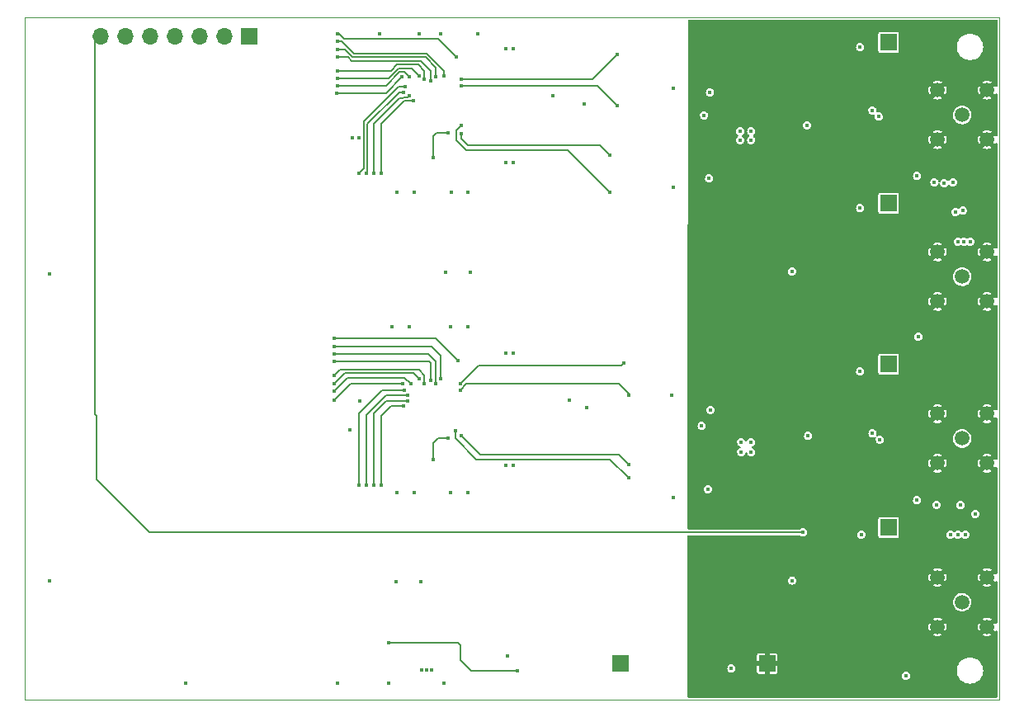
<source format=gbl>
G04 #@! TF.GenerationSoftware,KiCad,Pcbnew,(6.0.2)*
G04 #@! TF.CreationDate,2022-03-04T11:28:50+07:00*
G04 #@! TF.ProjectId,zeabus_hydrophone,7a656162-7573-45f6-9879-64726f70686f,3.1.0*
G04 #@! TF.SameCoordinates,Original*
G04 #@! TF.FileFunction,Copper,L4,Bot*
G04 #@! TF.FilePolarity,Positive*
%FSLAX46Y46*%
G04 Gerber Fmt 4.6, Leading zero omitted, Abs format (unit mm)*
G04 Created by KiCad (PCBNEW (6.0.2)) date 2022-03-04 11:28:50*
%MOMM*%
%LPD*%
G01*
G04 APERTURE LIST*
G04 #@! TA.AperFunction,Profile*
%ADD10C,0.050000*%
G04 #@! TD*
G04 #@! TA.AperFunction,ComponentPad*
%ADD11C,1.506220*%
G04 #@! TD*
G04 #@! TA.AperFunction,ComponentPad*
%ADD12R,1.700000X1.700000*%
G04 #@! TD*
G04 #@! TA.AperFunction,ComponentPad*
%ADD13O,1.700000X1.700000*%
G04 #@! TD*
G04 #@! TA.AperFunction,ViaPad*
%ADD14C,0.450000*%
G04 #@! TD*
G04 #@! TA.AperFunction,Conductor*
%ADD15C,0.200000*%
G04 #@! TD*
G04 APERTURE END LIST*
D10*
X178000000Y-56000000D02*
X78000000Y-56000000D01*
X78000000Y-126000000D02*
X178000000Y-126000000D01*
X78000000Y-56000000D02*
X78000000Y-126000000D01*
X178000000Y-126000000D02*
X178000000Y-56000000D01*
D11*
X174200000Y-116000000D03*
X171660000Y-113460000D03*
X176740000Y-113460000D03*
X171660000Y-118540000D03*
X176740000Y-118540000D03*
D12*
X101040000Y-57930400D03*
D13*
X98500000Y-57930400D03*
X95960000Y-57930400D03*
X93420000Y-57930400D03*
X90880000Y-57930400D03*
X88340000Y-57930400D03*
X85800000Y-57930400D03*
D12*
X166646000Y-58540000D03*
X166646000Y-75050000D03*
X139163200Y-122294000D03*
X166646000Y-108324000D03*
D11*
X174200000Y-66000000D03*
X171660000Y-63460000D03*
X176740000Y-63460000D03*
X171660000Y-68540000D03*
X176740000Y-68540000D03*
X174200000Y-82600000D03*
X171660000Y-80060000D03*
X176740000Y-80060000D03*
X171660000Y-85140000D03*
X176740000Y-85140000D03*
X174200000Y-99200000D03*
X171660000Y-96660000D03*
X176740000Y-96660000D03*
X171660000Y-101740000D03*
X176740000Y-101740000D03*
D12*
X166646000Y-91560000D03*
X154200000Y-122294000D03*
D14*
X147469000Y-97910000D03*
X111655000Y-68319000D03*
X80550200Y-113774800D03*
X144573400Y-73424400D03*
X127530000Y-121532000D03*
X127403000Y-101974000D03*
X135404000Y-64890000D03*
X127403000Y-70859000D03*
X118513000Y-57651000D03*
X117497000Y-87750000D03*
X152549000Y-67684000D03*
X151533000Y-99561000D03*
X148104000Y-104387000D03*
X169567000Y-105530000D03*
X156735000Y-82040000D03*
X127403000Y-59175000D03*
X169567000Y-72256000D03*
X110131000Y-124326000D03*
X152549000Y-100577000D03*
X168424000Y-123564000D03*
X135658000Y-96005000D03*
X152549000Y-68573000D03*
X118005000Y-73907000D03*
X121053000Y-124326000D03*
X152549000Y-99561000D03*
X174520000Y-109086000D03*
X156750200Y-113774800D03*
X121815000Y-73907000D03*
X115338000Y-124326000D03*
X151406000Y-67684000D03*
X121688000Y-104768000D03*
X144421000Y-94735000D03*
X151533000Y-100577000D03*
X118650200Y-113901800D03*
X151406000Y-68573000D03*
X169694000Y-88766000D03*
X133880000Y-95243000D03*
X147723000Y-66033000D03*
X80540000Y-82289000D03*
X121175000Y-82167000D03*
X144548000Y-63239000D03*
X121688000Y-87750000D03*
X150517000Y-122802000D03*
X94510000Y-124326000D03*
X112417000Y-95370000D03*
X144549100Y-105225200D03*
X132229000Y-64001000D03*
X127403000Y-90417000D03*
X120672000Y-57651000D03*
X148231000Y-72510000D03*
X175536000Y-106927000D03*
X118005000Y-104768000D03*
X148358000Y-96259000D03*
X119783000Y-122929000D03*
X123466000Y-87750000D03*
X118767000Y-122929000D03*
X163725000Y-75558000D03*
X124482000Y-57651000D03*
X128165000Y-59175000D03*
X163725000Y-92322000D03*
X123466000Y-73907000D03*
X123466000Y-104768000D03*
X148319953Y-63705490D03*
X163852000Y-109086000D03*
X158264000Y-67049000D03*
X158391000Y-98926000D03*
X128165000Y-90417000D03*
X128165000Y-70859000D03*
X163725000Y-59048000D03*
X128165000Y-101974000D03*
X119275000Y-122929000D03*
X116227000Y-104768000D03*
X173758000Y-78987000D03*
X115338000Y-120135000D03*
X128546000Y-123056000D03*
X114449000Y-57651000D03*
X171346100Y-72892100D03*
X116110200Y-113901800D03*
X115719000Y-87750000D03*
X116227000Y-73907000D03*
X171560900Y-105999900D03*
X111401000Y-98291000D03*
X112290000Y-68319000D03*
X123715000Y-82167000D03*
X174012000Y-106038000D03*
X139976000Y-103244000D03*
X122196000Y-98418000D03*
X122704000Y-94227000D03*
X139976000Y-94735000D03*
X139976000Y-101847000D03*
X122831000Y-98926000D03*
X139468000Y-91433000D03*
X122688535Y-93571420D03*
X122831000Y-67049000D03*
X138071000Y-73907000D03*
X138833000Y-65017000D03*
X122831000Y-62985000D03*
X138071000Y-70097000D03*
X122831000Y-67938000D03*
X122831000Y-62350000D03*
X138833000Y-59810000D03*
X158391000Y-99688000D03*
X162074000Y-92322000D03*
X166646000Y-106546000D03*
X166646000Y-123564000D03*
X162074000Y-75558000D03*
X148104000Y-105403000D03*
X162074000Y-109086000D03*
X148231000Y-73399000D03*
X166646000Y-89909000D03*
X162074000Y-59048000D03*
X146834000Y-66033000D03*
X146834000Y-97910000D03*
X166646000Y-73399000D03*
X158264000Y-67811000D03*
X154835000Y-62985000D03*
X154962000Y-94862000D03*
X172361000Y-73018000D03*
X174393000Y-78987000D03*
X175028000Y-78987000D03*
X173250000Y-72891000D03*
X157883000Y-108832000D03*
X121434000Y-99180000D03*
X119910000Y-101339000D03*
X121434000Y-67811000D03*
X119910000Y-70351000D03*
X165757000Y-99307000D03*
X172996000Y-109086000D03*
X173758000Y-109086000D03*
X164995000Y-98672000D03*
X165630000Y-66160000D03*
X173504000Y-75939000D03*
X164995000Y-65525000D03*
X174266000Y-75812000D03*
X112290000Y-104006000D03*
X116989000Y-94227000D03*
X113814000Y-104006000D03*
X117300407Y-95380324D03*
X117312956Y-94756780D03*
X113052000Y-104006000D03*
X116888265Y-95854824D03*
X114576000Y-104006000D03*
X109750000Y-92703000D03*
X119021000Y-93592000D03*
X109750000Y-94354000D03*
X117624000Y-93592000D03*
X118513000Y-93084000D03*
X109750000Y-93592000D03*
X109750000Y-95243000D03*
X116825531Y-93558500D03*
X109750000Y-88893000D03*
X122450000Y-91179000D03*
X109750000Y-90544000D03*
X120164000Y-93592000D03*
X120672000Y-93084000D03*
X109750000Y-89782000D03*
X109750000Y-91306000D03*
X119651760Y-93241383D03*
X117033000Y-63109609D03*
X112290000Y-72002000D03*
X117497000Y-64001000D03*
X113814000Y-72002000D03*
X116864653Y-63684989D03*
X113052000Y-72002000D03*
X114576000Y-72002000D03*
X117878000Y-64509000D03*
X110131000Y-61461000D03*
X119021000Y-62350000D03*
X117497000Y-62096000D03*
X110131000Y-62985000D03*
X110131000Y-62223000D03*
X118513000Y-61969000D03*
X116735000Y-62096000D03*
X110004000Y-63747000D03*
X122323000Y-60064000D03*
X110131000Y-57651000D03*
X120192211Y-62081894D03*
X110131000Y-59302000D03*
X121053000Y-61969000D03*
X110131000Y-58413000D03*
X119656000Y-62477000D03*
X110131000Y-60064000D03*
D15*
X128546000Y-123056000D02*
X123847000Y-123056000D01*
X122450000Y-120135000D02*
X115338000Y-120135000D01*
X122704000Y-121913000D02*
X122704000Y-120389000D01*
X123847000Y-123056000D02*
X122704000Y-121913000D01*
X122704000Y-120389000D02*
X122450000Y-120135000D01*
X124355000Y-101339000D02*
X122196000Y-99180000D01*
X122196000Y-99180000D02*
X122196000Y-98418000D01*
X139976000Y-103244000D02*
X138071000Y-101339000D01*
X138071000Y-101339000D02*
X124355000Y-101339000D01*
X122704000Y-94227000D02*
X123339000Y-93592000D01*
X139976000Y-94608000D02*
X139976000Y-94735000D01*
X123339000Y-93592000D02*
X138960000Y-93592000D01*
X138960000Y-93592000D02*
X139976000Y-94608000D01*
X138960000Y-100831000D02*
X124736000Y-100831000D01*
X124736000Y-100831000D02*
X122831000Y-98926000D01*
X139976000Y-101847000D02*
X138960000Y-100831000D01*
X139214000Y-91687000D02*
X124572955Y-91687000D01*
X124572955Y-91687000D02*
X122688535Y-93571420D01*
X139468000Y-91433000D02*
X139214000Y-91687000D01*
X133753000Y-69589000D02*
X138071000Y-73907000D01*
X122323000Y-67557000D02*
X122323000Y-68573000D01*
X122831000Y-67049000D02*
X122323000Y-67557000D01*
X122323000Y-68573000D02*
X123339000Y-69589000D01*
X123339000Y-69589000D02*
X133753000Y-69589000D01*
X136801000Y-62985000D02*
X138833000Y-65017000D01*
X122831000Y-62985000D02*
X136801000Y-62985000D01*
X122831000Y-68446000D02*
X123466000Y-69081000D01*
X137055000Y-69081000D02*
X138071000Y-70097000D01*
X123466000Y-69081000D02*
X137055000Y-69081000D01*
X122831000Y-67938000D02*
X122831000Y-68446000D01*
X136293000Y-62350000D02*
X138833000Y-59810000D01*
X122831000Y-62350000D02*
X136293000Y-62350000D01*
X85366000Y-103371000D02*
X85366000Y-96894000D01*
X85366000Y-96894000D02*
X85213600Y-96741600D01*
X157883000Y-108832000D02*
X90827000Y-108832000D01*
X85213600Y-96741600D02*
X85213600Y-57930400D01*
X90827000Y-108832000D02*
X85366000Y-103371000D01*
X119910000Y-99688000D02*
X119910000Y-101339000D01*
X120418000Y-99180000D02*
X119910000Y-99688000D01*
X121434000Y-99180000D02*
X120418000Y-99180000D01*
X121434000Y-67811000D02*
X120291000Y-67811000D01*
X120291000Y-67811000D02*
X119910000Y-68192000D01*
X119910000Y-68192000D02*
X119910000Y-70351000D01*
X112290000Y-96640000D02*
X114703000Y-94227000D01*
X112290000Y-104006000D02*
X112290000Y-96640000D01*
X114703000Y-94227000D02*
X116989000Y-94227000D01*
X113814000Y-96640000D02*
X115084000Y-95370000D01*
X117300407Y-95380324D02*
X115094324Y-95380324D01*
X113814000Y-104006000D02*
X113814000Y-96640000D01*
X115094324Y-95380324D02*
X115084000Y-95370000D01*
X113052000Y-104006000D02*
X113052000Y-96767000D01*
X115062220Y-94756780D02*
X117312956Y-94756780D01*
X113052000Y-96767000D02*
X115062220Y-94756780D01*
X114576000Y-96894000D02*
X115615176Y-95854824D01*
X115615176Y-95854824D02*
X116888265Y-95854824D01*
X114576000Y-104006000D02*
X114576000Y-96894000D01*
X118448978Y-92130978D02*
X110322022Y-92130978D01*
X119021000Y-92703000D02*
X118448978Y-92130978D01*
X119021000Y-93592000D02*
X119021000Y-92703000D01*
X110322022Y-92130978D02*
X109750000Y-92703000D01*
X111147000Y-92957000D02*
X109750000Y-94354000D01*
X116989000Y-92957000D02*
X111147000Y-92957000D01*
X117624000Y-93592000D02*
X116989000Y-92957000D01*
X110861511Y-92480489D02*
X109750000Y-93592000D01*
X117909489Y-92480489D02*
X110861511Y-92480489D01*
X118513000Y-93084000D02*
X117909489Y-92480489D01*
X111434500Y-93558500D02*
X109750000Y-95243000D01*
X116825531Y-93558500D02*
X111434500Y-93558500D01*
X120164000Y-88893000D02*
X109750000Y-88893000D01*
X122450000Y-91179000D02*
X120164000Y-88893000D01*
X119402000Y-90544000D02*
X109750000Y-90544000D01*
X120164000Y-91306000D02*
X119402000Y-90544000D01*
X120164000Y-93592000D02*
X120164000Y-91306000D01*
X120672000Y-93084000D02*
X120672000Y-90671000D01*
X120672000Y-90671000D02*
X119783000Y-89782000D01*
X119783000Y-89782000D02*
X109750000Y-89782000D01*
X119651760Y-93241383D02*
X119651760Y-91437240D01*
X119656000Y-91433000D02*
X119529000Y-91306000D01*
X119529000Y-91306000D02*
X109750000Y-91306000D01*
X119651760Y-91437240D02*
X119656000Y-91433000D01*
X112798000Y-71494000D02*
X112798000Y-66668000D01*
X112798000Y-66668000D02*
X116356391Y-63109609D01*
X112290000Y-72002000D02*
X112798000Y-71494000D01*
X116356391Y-63109609D02*
X117033000Y-63109609D01*
X117338511Y-64159489D02*
X117497000Y-64001000D01*
X113814000Y-72002000D02*
X113814000Y-66922000D01*
X113814000Y-66922000D02*
X116481000Y-64255000D01*
X116844228Y-64159489D02*
X117338511Y-64159489D01*
X116748716Y-64255000D02*
X116844228Y-64159489D01*
X116481000Y-64255000D02*
X116748716Y-64255000D01*
X113052000Y-72002000D02*
X113179000Y-71875000D01*
X116416011Y-63684989D02*
X116864653Y-63684989D01*
X113179000Y-71875000D02*
X113179000Y-66922000D01*
X113179000Y-66922000D02*
X116416011Y-63684989D01*
X116989000Y-64509000D02*
X117878000Y-64509000D01*
X114576000Y-66922000D02*
X116989000Y-64509000D01*
X114576000Y-72002000D02*
X114576000Y-66922000D01*
X118386000Y-60826000D02*
X119021000Y-61461000D01*
X115592000Y-61461000D02*
X116227000Y-60826000D01*
X119021000Y-61461000D02*
X119021000Y-62350000D01*
X110131000Y-61461000D02*
X115592000Y-61461000D01*
X116227000Y-60826000D02*
X118386000Y-60826000D01*
X110131000Y-62985000D02*
X115084000Y-62985000D01*
X115084000Y-62985000D02*
X116481000Y-61588000D01*
X116481000Y-61588000D02*
X116989000Y-61588000D01*
X116989000Y-61588000D02*
X117497000Y-62096000D01*
X117751000Y-61207000D02*
X118513000Y-61969000D01*
X115338000Y-62223000D02*
X116354000Y-61207000D01*
X116354000Y-61207000D02*
X117751000Y-61207000D01*
X110131000Y-62223000D02*
X115338000Y-62223000D01*
X115084000Y-63747000D02*
X116735000Y-62096000D01*
X110004000Y-63747000D02*
X115084000Y-63747000D01*
X110783773Y-58190489D02*
X110244284Y-57651000D01*
X110244284Y-57651000D02*
X110131000Y-57651000D01*
X120449489Y-58190489D02*
X110783773Y-58190489D01*
X122323000Y-60064000D02*
X120449489Y-58190489D01*
X110893000Y-59302000D02*
X110131000Y-59302000D01*
X120192211Y-62081894D02*
X120192211Y-61108211D01*
X111655000Y-60064000D02*
X110893000Y-59302000D01*
X119148000Y-60064000D02*
X111655000Y-60064000D01*
X120192211Y-61108211D02*
X119148000Y-60064000D01*
X121053000Y-61969000D02*
X121053000Y-61461000D01*
X121053000Y-61461000D02*
X119275000Y-59683000D01*
X110512000Y-58413000D02*
X110131000Y-58413000D01*
X119275000Y-59683000D02*
X111782000Y-59683000D01*
X111782000Y-59683000D02*
X110512000Y-58413000D01*
X118640000Y-60445000D02*
X119656000Y-61461000D01*
X119656000Y-61461000D02*
X119656000Y-62477000D01*
X111541716Y-60445000D02*
X118640000Y-60445000D01*
X111160716Y-60064000D02*
X111541716Y-60445000D01*
X110131000Y-60064000D02*
X111160716Y-60064000D01*
G04 #@! TA.AperFunction,Conductor*
G36*
X177759191Y-56218907D02*
G01*
X177795155Y-56268407D01*
X177800000Y-56299000D01*
X177800000Y-63026240D01*
X177781093Y-63084431D01*
X177731593Y-63120395D01*
X177670407Y-63120395D01*
X177620907Y-63084431D01*
X177613588Y-63072717D01*
X177574868Y-62999894D01*
X177566449Y-62991764D01*
X177556732Y-62996822D01*
X177104642Y-63448911D01*
X177098585Y-63460798D01*
X177099381Y-63465828D01*
X177556077Y-63922523D01*
X177566935Y-63928055D01*
X177574342Y-63920977D01*
X177614920Y-63849546D01*
X177660102Y-63808289D01*
X177720906Y-63801468D01*
X177774107Y-63831690D01*
X177799383Y-63887410D01*
X177800000Y-63898446D01*
X177800000Y-68106240D01*
X177781093Y-68164431D01*
X177731593Y-68200395D01*
X177670407Y-68200395D01*
X177620907Y-68164431D01*
X177613588Y-68152717D01*
X177574868Y-68079894D01*
X177566449Y-68071764D01*
X177556732Y-68076822D01*
X177104642Y-68528911D01*
X177098585Y-68540798D01*
X177099381Y-68545828D01*
X177556077Y-69002523D01*
X177566935Y-69008055D01*
X177574342Y-69000977D01*
X177614920Y-68929546D01*
X177660102Y-68888289D01*
X177720906Y-68881468D01*
X177774107Y-68911690D01*
X177799383Y-68967410D01*
X177800000Y-68978446D01*
X177800000Y-79626240D01*
X177781093Y-79684431D01*
X177731593Y-79720395D01*
X177670407Y-79720395D01*
X177620907Y-79684431D01*
X177613588Y-79672717D01*
X177574868Y-79599894D01*
X177566449Y-79591764D01*
X177556732Y-79596822D01*
X177104642Y-80048911D01*
X177098585Y-80060798D01*
X177099381Y-80065828D01*
X177556077Y-80522523D01*
X177566935Y-80528055D01*
X177574342Y-80520977D01*
X177614920Y-80449546D01*
X177660102Y-80408289D01*
X177720906Y-80401468D01*
X177774107Y-80431690D01*
X177799383Y-80487410D01*
X177800000Y-80498446D01*
X177800000Y-84706240D01*
X177781093Y-84764431D01*
X177731593Y-84800395D01*
X177670407Y-84800395D01*
X177620907Y-84764431D01*
X177613588Y-84752717D01*
X177574868Y-84679894D01*
X177566449Y-84671764D01*
X177556732Y-84676822D01*
X177104642Y-85128911D01*
X177098585Y-85140798D01*
X177099381Y-85145828D01*
X177556077Y-85602523D01*
X177566935Y-85608055D01*
X177574342Y-85600977D01*
X177614920Y-85529546D01*
X177660102Y-85488289D01*
X177720906Y-85481468D01*
X177774107Y-85511690D01*
X177799383Y-85567410D01*
X177800000Y-85578446D01*
X177800000Y-96226240D01*
X177781093Y-96284431D01*
X177731593Y-96320395D01*
X177670407Y-96320395D01*
X177620907Y-96284431D01*
X177613588Y-96272717D01*
X177574868Y-96199894D01*
X177566449Y-96191764D01*
X177556732Y-96196822D01*
X177104642Y-96648911D01*
X177098585Y-96660798D01*
X177099381Y-96665828D01*
X177556077Y-97122523D01*
X177566935Y-97128055D01*
X177574342Y-97120977D01*
X177614920Y-97049546D01*
X177660102Y-97008289D01*
X177720906Y-97001468D01*
X177774107Y-97031690D01*
X177799383Y-97087410D01*
X177800000Y-97098446D01*
X177800000Y-101306240D01*
X177781093Y-101364431D01*
X177731593Y-101400395D01*
X177670407Y-101400395D01*
X177620907Y-101364431D01*
X177613588Y-101352717D01*
X177574868Y-101279894D01*
X177566449Y-101271764D01*
X177556732Y-101276822D01*
X177104642Y-101728911D01*
X177098585Y-101740798D01*
X177099381Y-101745828D01*
X177556077Y-102202523D01*
X177566935Y-102208055D01*
X177574342Y-102200977D01*
X177614920Y-102129546D01*
X177660102Y-102088289D01*
X177720906Y-102081468D01*
X177774107Y-102111690D01*
X177799383Y-102167410D01*
X177800000Y-102178446D01*
X177800000Y-113026240D01*
X177781093Y-113084431D01*
X177731593Y-113120395D01*
X177670407Y-113120395D01*
X177620907Y-113084431D01*
X177613588Y-113072717D01*
X177574868Y-112999894D01*
X177566449Y-112991764D01*
X177556732Y-112996822D01*
X177104642Y-113448911D01*
X177098585Y-113460798D01*
X177099381Y-113465828D01*
X177556077Y-113922523D01*
X177566935Y-113928055D01*
X177574342Y-113920977D01*
X177614920Y-113849546D01*
X177660102Y-113808289D01*
X177720906Y-113801468D01*
X177774107Y-113831690D01*
X177799383Y-113887410D01*
X177800000Y-113898446D01*
X177800000Y-118106240D01*
X177781093Y-118164431D01*
X177731593Y-118200395D01*
X177670407Y-118200395D01*
X177620907Y-118164431D01*
X177613588Y-118152717D01*
X177574868Y-118079894D01*
X177566449Y-118071764D01*
X177556732Y-118076822D01*
X177104642Y-118528911D01*
X177098585Y-118540798D01*
X177099381Y-118545828D01*
X177556077Y-119002523D01*
X177566935Y-119008055D01*
X177574342Y-119000977D01*
X177614920Y-118929546D01*
X177660102Y-118888289D01*
X177720906Y-118881468D01*
X177774107Y-118911690D01*
X177799383Y-118967410D01*
X177800000Y-118978446D01*
X177800000Y-125701000D01*
X177781093Y-125759191D01*
X177731593Y-125795155D01*
X177701000Y-125800000D01*
X146107729Y-125800000D01*
X146049538Y-125781093D01*
X146013574Y-125731593D01*
X146008729Y-125700929D01*
X146010256Y-123564000D01*
X167993196Y-123564000D01*
X167994415Y-123571696D01*
X168011225Y-123677829D01*
X168014281Y-123697126D01*
X168075472Y-123817220D01*
X168170780Y-123912528D01*
X168177717Y-123916063D01*
X168177719Y-123916064D01*
X168283934Y-123970183D01*
X168290874Y-123973719D01*
X168298568Y-123974938D01*
X168298569Y-123974938D01*
X168416304Y-123993585D01*
X168424000Y-123994804D01*
X168431696Y-123993585D01*
X168549431Y-123974938D01*
X168549432Y-123974938D01*
X168557126Y-123973719D01*
X168564066Y-123970183D01*
X168670281Y-123916064D01*
X168670283Y-123916063D01*
X168677220Y-123912528D01*
X168772528Y-123817220D01*
X168833719Y-123697126D01*
X168836776Y-123677829D01*
X168853585Y-123571696D01*
X168854804Y-123564000D01*
X168833719Y-123430874D01*
X168830183Y-123423934D01*
X168776064Y-123317719D01*
X168776063Y-123317717D01*
X168772528Y-123310780D01*
X168677220Y-123215472D01*
X168670283Y-123211937D01*
X168670281Y-123211936D01*
X168564066Y-123157817D01*
X168564065Y-123157817D01*
X168557126Y-123154281D01*
X168549432Y-123153062D01*
X168549431Y-123153062D01*
X168431696Y-123134415D01*
X168424000Y-123133196D01*
X168416304Y-123134415D01*
X168298569Y-123153062D01*
X168298568Y-123153062D01*
X168290874Y-123154281D01*
X168283935Y-123157817D01*
X168283934Y-123157817D01*
X168177719Y-123211936D01*
X168177717Y-123211937D01*
X168170780Y-123215472D01*
X168075472Y-123310780D01*
X168071937Y-123317717D01*
X168071936Y-123317719D01*
X168017817Y-123423934D01*
X168014281Y-123430874D01*
X167993196Y-123564000D01*
X146010256Y-123564000D01*
X146010800Y-122802000D01*
X150086196Y-122802000D01*
X150107281Y-122935126D01*
X150110817Y-122942065D01*
X150110817Y-122942066D01*
X150142532Y-123004309D01*
X150168472Y-123055220D01*
X150263780Y-123150528D01*
X150270717Y-123154063D01*
X150270719Y-123154064D01*
X150298977Y-123168462D01*
X150383874Y-123211719D01*
X150391568Y-123212938D01*
X150391569Y-123212938D01*
X150509304Y-123231585D01*
X150517000Y-123232804D01*
X150524696Y-123231585D01*
X150642431Y-123212938D01*
X150642432Y-123212938D01*
X150650126Y-123211719D01*
X150735023Y-123168462D01*
X150753907Y-123158840D01*
X153150000Y-123158840D01*
X153150948Y-123168462D01*
X153159702Y-123212474D01*
X153167021Y-123230142D01*
X153200389Y-123280082D01*
X153213918Y-123293611D01*
X153263858Y-123326979D01*
X153281526Y-123334298D01*
X153325538Y-123343052D01*
X153335160Y-123344000D01*
X153934320Y-123344000D01*
X153947005Y-123339878D01*
X153950000Y-123335757D01*
X153950000Y-123328320D01*
X154450000Y-123328320D01*
X154454122Y-123341005D01*
X154458243Y-123344000D01*
X155064840Y-123344000D01*
X155074462Y-123343052D01*
X155118474Y-123334298D01*
X155136142Y-123326979D01*
X155186082Y-123293611D01*
X155199611Y-123280082D01*
X155232979Y-123230142D01*
X155240298Y-123212474D01*
X155249052Y-123168462D01*
X155250000Y-123158840D01*
X155250000Y-123000000D01*
X173644341Y-123000000D01*
X173664937Y-123235408D01*
X173726097Y-123463663D01*
X173825965Y-123677829D01*
X173961505Y-123871401D01*
X174128599Y-124038495D01*
X174322171Y-124174035D01*
X174536337Y-124273903D01*
X174764592Y-124335063D01*
X174849431Y-124342486D01*
X174938870Y-124350311D01*
X174938878Y-124350311D01*
X174941034Y-124350500D01*
X175058966Y-124350500D01*
X175061122Y-124350311D01*
X175061130Y-124350311D01*
X175150569Y-124342486D01*
X175235408Y-124335063D01*
X175463663Y-124273903D01*
X175677829Y-124174035D01*
X175871401Y-124038495D01*
X176038495Y-123871401D01*
X176171554Y-123681374D01*
X176171554Y-123681373D01*
X176174035Y-123677830D01*
X176273903Y-123463663D01*
X176335063Y-123235408D01*
X176355659Y-123000000D01*
X176335063Y-122764592D01*
X176273903Y-122536337D01*
X176174035Y-122322171D01*
X176038495Y-122128599D01*
X175871401Y-121961505D01*
X175677829Y-121825965D01*
X175463663Y-121726097D01*
X175235408Y-121664937D01*
X175150569Y-121657514D01*
X175061130Y-121649689D01*
X175061122Y-121649689D01*
X175058966Y-121649500D01*
X174941034Y-121649500D01*
X174938878Y-121649689D01*
X174938870Y-121649689D01*
X174849431Y-121657514D01*
X174764592Y-121664937D01*
X174536337Y-121726097D01*
X174322171Y-121825965D01*
X174128599Y-121961505D01*
X173961505Y-122128599D01*
X173959026Y-122132140D01*
X173828447Y-122318625D01*
X173828446Y-122318627D01*
X173825965Y-122322170D01*
X173726097Y-122536337D01*
X173664937Y-122764592D01*
X173644341Y-123000000D01*
X155250000Y-123000000D01*
X155250000Y-122559680D01*
X155245878Y-122546995D01*
X155241757Y-122544000D01*
X154465680Y-122544000D01*
X154452995Y-122548122D01*
X154450000Y-122552243D01*
X154450000Y-123328320D01*
X153950000Y-123328320D01*
X153950000Y-122559680D01*
X153945878Y-122546995D01*
X153941757Y-122544000D01*
X153165680Y-122544000D01*
X153152995Y-122548122D01*
X153150000Y-122552243D01*
X153150000Y-123158840D01*
X150753907Y-123158840D01*
X150763281Y-123154064D01*
X150763283Y-123154063D01*
X150770220Y-123150528D01*
X150865528Y-123055220D01*
X150891469Y-123004309D01*
X150923183Y-122942066D01*
X150923183Y-122942065D01*
X150926719Y-122935126D01*
X150947804Y-122802000D01*
X150926719Y-122668874D01*
X150865528Y-122548780D01*
X150770220Y-122453472D01*
X150763283Y-122449937D01*
X150763281Y-122449936D01*
X150657066Y-122395817D01*
X150657065Y-122395817D01*
X150650126Y-122392281D01*
X150642432Y-122391062D01*
X150642431Y-122391062D01*
X150524696Y-122372415D01*
X150517000Y-122371196D01*
X150509304Y-122372415D01*
X150391569Y-122391062D01*
X150391568Y-122391062D01*
X150383874Y-122392281D01*
X150376935Y-122395817D01*
X150376934Y-122395817D01*
X150270719Y-122449936D01*
X150270717Y-122449937D01*
X150263780Y-122453472D01*
X150168472Y-122548780D01*
X150107281Y-122668874D01*
X150086196Y-122802000D01*
X146010800Y-122802000D01*
X146011353Y-122028320D01*
X153150000Y-122028320D01*
X153154122Y-122041005D01*
X153158243Y-122044000D01*
X153934320Y-122044000D01*
X153947005Y-122039878D01*
X153950000Y-122035757D01*
X153950000Y-122028320D01*
X154450000Y-122028320D01*
X154454122Y-122041005D01*
X154458243Y-122044000D01*
X155234320Y-122044000D01*
X155247005Y-122039878D01*
X155250000Y-122035757D01*
X155250000Y-121429160D01*
X155249052Y-121419538D01*
X155240298Y-121375526D01*
X155232979Y-121357858D01*
X155199611Y-121307918D01*
X155186082Y-121294389D01*
X155136142Y-121261021D01*
X155118474Y-121253702D01*
X155074462Y-121244948D01*
X155064840Y-121244000D01*
X154465680Y-121244000D01*
X154452995Y-121248122D01*
X154450000Y-121252243D01*
X154450000Y-122028320D01*
X153950000Y-122028320D01*
X153950000Y-121259680D01*
X153945878Y-121246995D01*
X153941757Y-121244000D01*
X153335160Y-121244000D01*
X153325538Y-121244948D01*
X153281526Y-121253702D01*
X153263858Y-121261021D01*
X153213918Y-121294389D01*
X153200389Y-121307918D01*
X153167021Y-121357858D01*
X153159702Y-121375526D01*
X153150948Y-121419538D01*
X153150000Y-121429160D01*
X153150000Y-122028320D01*
X146011353Y-122028320D01*
X146013253Y-119366862D01*
X171191966Y-119366862D01*
X171199194Y-119374373D01*
X171272353Y-119415260D01*
X171281175Y-119419115D01*
X171449738Y-119473885D01*
X171459151Y-119475954D01*
X171635141Y-119496939D01*
X171644768Y-119497141D01*
X171821479Y-119483544D01*
X171830970Y-119481870D01*
X172001675Y-119434208D01*
X172010655Y-119430726D01*
X172120580Y-119375198D01*
X172128618Y-119367216D01*
X172128438Y-119366862D01*
X176271966Y-119366862D01*
X176279194Y-119374373D01*
X176352353Y-119415260D01*
X176361175Y-119419115D01*
X176529738Y-119473885D01*
X176539151Y-119475954D01*
X176715141Y-119496939D01*
X176724768Y-119497141D01*
X176901479Y-119483544D01*
X176910970Y-119481870D01*
X177081675Y-119434208D01*
X177090655Y-119430726D01*
X177200580Y-119375198D01*
X177208618Y-119367216D01*
X177203425Y-119356979D01*
X176751089Y-118904642D01*
X176739202Y-118898585D01*
X176734172Y-118899381D01*
X176277444Y-119356110D01*
X176271966Y-119366862D01*
X172128438Y-119366862D01*
X172123425Y-119356979D01*
X171671089Y-118904642D01*
X171659202Y-118898585D01*
X171654172Y-118899381D01*
X171197444Y-119356110D01*
X171191966Y-119366862D01*
X146013253Y-119366862D01*
X146013850Y-118531448D01*
X170702776Y-118531448D01*
X170717607Y-118708068D01*
X170719345Y-118717536D01*
X170768198Y-118887904D01*
X170771749Y-118896872D01*
X170824945Y-119000383D01*
X170833076Y-119008457D01*
X170843138Y-119003308D01*
X171295358Y-118551089D01*
X171300602Y-118540798D01*
X172018585Y-118540798D01*
X172019381Y-118545828D01*
X172476077Y-119002523D01*
X172486935Y-119008055D01*
X172494342Y-119000977D01*
X172532534Y-118933747D01*
X172536449Y-118924952D01*
X172592395Y-118756773D01*
X172594529Y-118747379D01*
X172617001Y-118569493D01*
X172617388Y-118563968D01*
X172617683Y-118542771D01*
X172617451Y-118537241D01*
X172616883Y-118531448D01*
X175782776Y-118531448D01*
X175797607Y-118708068D01*
X175799345Y-118717536D01*
X175848198Y-118887904D01*
X175851749Y-118896872D01*
X175904945Y-119000383D01*
X175913076Y-119008457D01*
X175923138Y-119003308D01*
X176375358Y-118551089D01*
X176381415Y-118539202D01*
X176380619Y-118534172D01*
X175923822Y-118077376D01*
X175913178Y-118071952D01*
X175905564Y-118079331D01*
X175862055Y-118158473D01*
X175858261Y-118167325D01*
X175804673Y-118336258D01*
X175802667Y-118345695D01*
X175782910Y-118521820D01*
X175782776Y-118531448D01*
X172616883Y-118531448D01*
X172599954Y-118358795D01*
X172598084Y-118349347D01*
X172546856Y-118179672D01*
X172543186Y-118170768D01*
X172494868Y-118079894D01*
X172486449Y-118071764D01*
X172476732Y-118076822D01*
X172024642Y-118528911D01*
X172018585Y-118540798D01*
X171300602Y-118540798D01*
X171301415Y-118539202D01*
X171300619Y-118534172D01*
X170843822Y-118077376D01*
X170833178Y-118071952D01*
X170825564Y-118079331D01*
X170782055Y-118158473D01*
X170778261Y-118167325D01*
X170724673Y-118336258D01*
X170722667Y-118345695D01*
X170702910Y-118521820D01*
X170702776Y-118531448D01*
X146013850Y-118531448D01*
X146014434Y-117713331D01*
X171191671Y-117713331D01*
X171196776Y-117723222D01*
X171648911Y-118175358D01*
X171660798Y-118181415D01*
X171665828Y-118180619D01*
X172122727Y-117723719D01*
X172128020Y-117713331D01*
X176271671Y-117713331D01*
X176276776Y-117723222D01*
X176728911Y-118175358D01*
X176740798Y-118181415D01*
X176745828Y-118180619D01*
X177202727Y-117723719D01*
X177208096Y-117713182D01*
X177200567Y-117705468D01*
X177115396Y-117659416D01*
X177106506Y-117655679D01*
X176937198Y-117603269D01*
X176927766Y-117601333D01*
X176751502Y-117582807D01*
X176741864Y-117582740D01*
X176565361Y-117598803D01*
X176555895Y-117600609D01*
X176385878Y-117650648D01*
X176376937Y-117654261D01*
X176279774Y-117705056D01*
X176271671Y-117713331D01*
X172128020Y-117713331D01*
X172128096Y-117713182D01*
X172120567Y-117705468D01*
X172035396Y-117659416D01*
X172026506Y-117655679D01*
X171857198Y-117603269D01*
X171847766Y-117601333D01*
X171671502Y-117582807D01*
X171661864Y-117582740D01*
X171485361Y-117598803D01*
X171475895Y-117600609D01*
X171305878Y-117650648D01*
X171296937Y-117654261D01*
X171199774Y-117705056D01*
X171191671Y-117713331D01*
X146014434Y-117713331D01*
X146014440Y-117705056D01*
X146015668Y-115986621D01*
X173241869Y-115986621D01*
X173257518Y-116172978D01*
X173309066Y-116352746D01*
X173394549Y-116519078D01*
X173510711Y-116665638D01*
X173514391Y-116668770D01*
X173514393Y-116668772D01*
X173616349Y-116755543D01*
X173653129Y-116786845D01*
X173657352Y-116789205D01*
X173657356Y-116789208D01*
X173763246Y-116848388D01*
X173816376Y-116878081D01*
X173820974Y-116879575D01*
X173989630Y-116934375D01*
X173989632Y-116934376D01*
X173994235Y-116935871D01*
X174179932Y-116958014D01*
X174184754Y-116957643D01*
X174184756Y-116957643D01*
X174361566Y-116944038D01*
X174361571Y-116944037D01*
X174366394Y-116943666D01*
X174546517Y-116893375D01*
X174550835Y-116891194D01*
X174709121Y-116811238D01*
X174709123Y-116811237D01*
X174713442Y-116809055D01*
X174745886Y-116783707D01*
X174856995Y-116696900D01*
X174856997Y-116696898D01*
X174860810Y-116693919D01*
X174983008Y-116552351D01*
X175075381Y-116389745D01*
X175134412Y-116212293D01*
X175157850Y-116026755D01*
X175158224Y-116000000D01*
X175139975Y-115813880D01*
X175134625Y-115796159D01*
X175087321Y-115639481D01*
X175087319Y-115639476D01*
X175085922Y-115634849D01*
X174998125Y-115469727D01*
X174879928Y-115324803D01*
X174735832Y-115205596D01*
X174571327Y-115116649D01*
X174562108Y-115113795D01*
X174514617Y-115099094D01*
X174392678Y-115061347D01*
X174387868Y-115060841D01*
X174387866Y-115060841D01*
X174211506Y-115042305D01*
X174211504Y-115042305D01*
X174206690Y-115041799D01*
X174147030Y-115047229D01*
X174025267Y-115058310D01*
X174025264Y-115058311D01*
X174020447Y-115058749D01*
X174015805Y-115060115D01*
X174015801Y-115060116D01*
X173845690Y-115110182D01*
X173845687Y-115110183D01*
X173841043Y-115111550D01*
X173831290Y-115116649D01*
X173679609Y-115195945D01*
X173679605Y-115195948D01*
X173675312Y-115198192D01*
X173671536Y-115201228D01*
X173671533Y-115201230D01*
X173533338Y-115312342D01*
X173529566Y-115315375D01*
X173526457Y-115319080D01*
X173526454Y-115319083D01*
X173412473Y-115454920D01*
X173409356Y-115458635D01*
X173319262Y-115622515D01*
X173317799Y-115627128D01*
X173317797Y-115627132D01*
X173315349Y-115634849D01*
X173262715Y-115800774D01*
X173241869Y-115986621D01*
X146015668Y-115986621D01*
X146016882Y-114286862D01*
X171191966Y-114286862D01*
X171199194Y-114294373D01*
X171272353Y-114335260D01*
X171281175Y-114339115D01*
X171449738Y-114393885D01*
X171459151Y-114395954D01*
X171635141Y-114416939D01*
X171644768Y-114417141D01*
X171821479Y-114403544D01*
X171830970Y-114401870D01*
X172001675Y-114354208D01*
X172010655Y-114350726D01*
X172120580Y-114295198D01*
X172128618Y-114287216D01*
X172128438Y-114286862D01*
X176271966Y-114286862D01*
X176279194Y-114294373D01*
X176352353Y-114335260D01*
X176361175Y-114339115D01*
X176529738Y-114393885D01*
X176539151Y-114395954D01*
X176715141Y-114416939D01*
X176724768Y-114417141D01*
X176901479Y-114403544D01*
X176910970Y-114401870D01*
X177081675Y-114354208D01*
X177090655Y-114350726D01*
X177200580Y-114295198D01*
X177208618Y-114287216D01*
X177203425Y-114276979D01*
X176751089Y-113824642D01*
X176739202Y-113818585D01*
X176734172Y-113819381D01*
X176277444Y-114276110D01*
X176271966Y-114286862D01*
X172128438Y-114286862D01*
X172123425Y-114276979D01*
X171671089Y-113824642D01*
X171659202Y-113818585D01*
X171654172Y-113819381D01*
X171197444Y-114276110D01*
X171191966Y-114286862D01*
X146016882Y-114286862D01*
X146017248Y-113774800D01*
X156319396Y-113774800D01*
X156320615Y-113782496D01*
X156338980Y-113898446D01*
X156340481Y-113907926D01*
X156344017Y-113914865D01*
X156344017Y-113914866D01*
X156348319Y-113923308D01*
X156401672Y-114028020D01*
X156496980Y-114123328D01*
X156503917Y-114126863D01*
X156503919Y-114126864D01*
X156610134Y-114180983D01*
X156617074Y-114184519D01*
X156624768Y-114185738D01*
X156624769Y-114185738D01*
X156742504Y-114204385D01*
X156750200Y-114205604D01*
X156757896Y-114204385D01*
X156875631Y-114185738D01*
X156875632Y-114185738D01*
X156883326Y-114184519D01*
X156890266Y-114180983D01*
X156996481Y-114126864D01*
X156996483Y-114126863D01*
X157003420Y-114123328D01*
X157098728Y-114028020D01*
X157152082Y-113923308D01*
X157156383Y-113914866D01*
X157156383Y-113914865D01*
X157159919Y-113907926D01*
X157161421Y-113898446D01*
X157179785Y-113782496D01*
X157181004Y-113774800D01*
X157159919Y-113641674D01*
X157156383Y-113634734D01*
X157102264Y-113528519D01*
X157102263Y-113528517D01*
X157098728Y-113521580D01*
X157028596Y-113451448D01*
X170702776Y-113451448D01*
X170717607Y-113628068D01*
X170719345Y-113637536D01*
X170768198Y-113807904D01*
X170771749Y-113816872D01*
X170824945Y-113920383D01*
X170833076Y-113928457D01*
X170843138Y-113923308D01*
X171295358Y-113471089D01*
X171300602Y-113460798D01*
X172018585Y-113460798D01*
X172019381Y-113465828D01*
X172476077Y-113922523D01*
X172486935Y-113928055D01*
X172494342Y-113920977D01*
X172532534Y-113853747D01*
X172536449Y-113844952D01*
X172592395Y-113676773D01*
X172594529Y-113667379D01*
X172617001Y-113489493D01*
X172617388Y-113483968D01*
X172617683Y-113462771D01*
X172617451Y-113457241D01*
X172616883Y-113451448D01*
X175782776Y-113451448D01*
X175797607Y-113628068D01*
X175799345Y-113637536D01*
X175848198Y-113807904D01*
X175851749Y-113816872D01*
X175904945Y-113920383D01*
X175913076Y-113928457D01*
X175923138Y-113923308D01*
X176375358Y-113471089D01*
X176381415Y-113459202D01*
X176380619Y-113454172D01*
X175923822Y-112997376D01*
X175913178Y-112991952D01*
X175905564Y-112999331D01*
X175862055Y-113078473D01*
X175858261Y-113087325D01*
X175804673Y-113256258D01*
X175802667Y-113265695D01*
X175782910Y-113441820D01*
X175782776Y-113451448D01*
X172616883Y-113451448D01*
X172599954Y-113278795D01*
X172598084Y-113269347D01*
X172546856Y-113099672D01*
X172543186Y-113090768D01*
X172494868Y-112999894D01*
X172486449Y-112991764D01*
X172476732Y-112996822D01*
X172024642Y-113448911D01*
X172018585Y-113460798D01*
X171300602Y-113460798D01*
X171301415Y-113459202D01*
X171300619Y-113454172D01*
X170843822Y-112997376D01*
X170833178Y-112991952D01*
X170825564Y-112999331D01*
X170782055Y-113078473D01*
X170778261Y-113087325D01*
X170724673Y-113256258D01*
X170722667Y-113265695D01*
X170702910Y-113441820D01*
X170702776Y-113451448D01*
X157028596Y-113451448D01*
X157003420Y-113426272D01*
X156996483Y-113422737D01*
X156996481Y-113422736D01*
X156890266Y-113368617D01*
X156890265Y-113368617D01*
X156883326Y-113365081D01*
X156875632Y-113363862D01*
X156875631Y-113363862D01*
X156757896Y-113345215D01*
X156750200Y-113343996D01*
X156742504Y-113345215D01*
X156624769Y-113363862D01*
X156624768Y-113363862D01*
X156617074Y-113365081D01*
X156610135Y-113368617D01*
X156610134Y-113368617D01*
X156503919Y-113422736D01*
X156503917Y-113422737D01*
X156496980Y-113426272D01*
X156401672Y-113521580D01*
X156398137Y-113528517D01*
X156398136Y-113528519D01*
X156344017Y-113634734D01*
X156340481Y-113641674D01*
X156319396Y-113774800D01*
X146017248Y-113774800D01*
X146018063Y-112633331D01*
X171191671Y-112633331D01*
X171196776Y-112643222D01*
X171648911Y-113095358D01*
X171660798Y-113101415D01*
X171665828Y-113100619D01*
X172122727Y-112643719D01*
X172128020Y-112633331D01*
X176271671Y-112633331D01*
X176276776Y-112643222D01*
X176728911Y-113095358D01*
X176740798Y-113101415D01*
X176745828Y-113100619D01*
X177202727Y-112643719D01*
X177208096Y-112633182D01*
X177200567Y-112625468D01*
X177115396Y-112579416D01*
X177106506Y-112575679D01*
X176937198Y-112523269D01*
X176927766Y-112521333D01*
X176751502Y-112502807D01*
X176741864Y-112502740D01*
X176565361Y-112518803D01*
X176555895Y-112520609D01*
X176385878Y-112570648D01*
X176376937Y-112574261D01*
X176279774Y-112625056D01*
X176271671Y-112633331D01*
X172128020Y-112633331D01*
X172128096Y-112633182D01*
X172120567Y-112625468D01*
X172035396Y-112579416D01*
X172026506Y-112575679D01*
X171857198Y-112523269D01*
X171847766Y-112521333D01*
X171671502Y-112502807D01*
X171661864Y-112502740D01*
X171485361Y-112518803D01*
X171475895Y-112520609D01*
X171305878Y-112570648D01*
X171296937Y-112574261D01*
X171199774Y-112625056D01*
X171191671Y-112633331D01*
X146018063Y-112633331D01*
X146020493Y-109231427D01*
X146039441Y-109173252D01*
X146088967Y-109137324D01*
X146119492Y-109132500D01*
X157540744Y-109132500D01*
X157598935Y-109151407D01*
X157610748Y-109161496D01*
X157629780Y-109180528D01*
X157636717Y-109184063D01*
X157636719Y-109184064D01*
X157719153Y-109226066D01*
X157749874Y-109241719D01*
X157757568Y-109242938D01*
X157757569Y-109242938D01*
X157875304Y-109261585D01*
X157883000Y-109262804D01*
X157890696Y-109261585D01*
X158008431Y-109242938D01*
X158008432Y-109242938D01*
X158016126Y-109241719D01*
X158046847Y-109226066D01*
X158129281Y-109184064D01*
X158129283Y-109184063D01*
X158136220Y-109180528D01*
X158230748Y-109086000D01*
X163421196Y-109086000D01*
X163422415Y-109093696D01*
X163438262Y-109193748D01*
X163442281Y-109219126D01*
X163445817Y-109226065D01*
X163445817Y-109226066D01*
X163463281Y-109260340D01*
X163503472Y-109339220D01*
X163598780Y-109434528D01*
X163605717Y-109438063D01*
X163605719Y-109438064D01*
X163711934Y-109492183D01*
X163718874Y-109495719D01*
X163726568Y-109496938D01*
X163726569Y-109496938D01*
X163844304Y-109515585D01*
X163852000Y-109516804D01*
X163859696Y-109515585D01*
X163977431Y-109496938D01*
X163977432Y-109496938D01*
X163985126Y-109495719D01*
X163992066Y-109492183D01*
X164098281Y-109438064D01*
X164098283Y-109438063D01*
X164105220Y-109434528D01*
X164200528Y-109339220D01*
X164240720Y-109260340D01*
X164258183Y-109226066D01*
X164258183Y-109226065D01*
X164261719Y-109219126D01*
X164265739Y-109193748D01*
X165595500Y-109193748D01*
X165600548Y-109219126D01*
X165604339Y-109238183D01*
X165607133Y-109252231D01*
X165651448Y-109318552D01*
X165717769Y-109362867D01*
X165727332Y-109364769D01*
X165727334Y-109364770D01*
X165750005Y-109369279D01*
X165776252Y-109374500D01*
X167515748Y-109374500D01*
X167541995Y-109369279D01*
X167564666Y-109364770D01*
X167564668Y-109364769D01*
X167574231Y-109362867D01*
X167640552Y-109318552D01*
X167684867Y-109252231D01*
X167687662Y-109238183D01*
X167691452Y-109219126D01*
X167696500Y-109193748D01*
X167696500Y-109086000D01*
X172565196Y-109086000D01*
X172566415Y-109093696D01*
X172582262Y-109193748D01*
X172586281Y-109219126D01*
X172589817Y-109226065D01*
X172589817Y-109226066D01*
X172607281Y-109260340D01*
X172647472Y-109339220D01*
X172742780Y-109434528D01*
X172749717Y-109438063D01*
X172749719Y-109438064D01*
X172855934Y-109492183D01*
X172862874Y-109495719D01*
X172870568Y-109496938D01*
X172870569Y-109496938D01*
X172988304Y-109515585D01*
X172996000Y-109516804D01*
X173003696Y-109515585D01*
X173121431Y-109496938D01*
X173121432Y-109496938D01*
X173129126Y-109495719D01*
X173136066Y-109492183D01*
X173242281Y-109438064D01*
X173242283Y-109438063D01*
X173249220Y-109434528D01*
X173306996Y-109376752D01*
X173361513Y-109348975D01*
X173421945Y-109358546D01*
X173447004Y-109376752D01*
X173504780Y-109434528D01*
X173511717Y-109438063D01*
X173511719Y-109438064D01*
X173617934Y-109492183D01*
X173624874Y-109495719D01*
X173632568Y-109496938D01*
X173632569Y-109496938D01*
X173750304Y-109515585D01*
X173758000Y-109516804D01*
X173765696Y-109515585D01*
X173883431Y-109496938D01*
X173883432Y-109496938D01*
X173891126Y-109495719D01*
X173898066Y-109492183D01*
X174004281Y-109438064D01*
X174004283Y-109438063D01*
X174011220Y-109434528D01*
X174068996Y-109376752D01*
X174123513Y-109348975D01*
X174183945Y-109358546D01*
X174209004Y-109376752D01*
X174266780Y-109434528D01*
X174273717Y-109438063D01*
X174273719Y-109438064D01*
X174379934Y-109492183D01*
X174386874Y-109495719D01*
X174394568Y-109496938D01*
X174394569Y-109496938D01*
X174512304Y-109515585D01*
X174520000Y-109516804D01*
X174527696Y-109515585D01*
X174645431Y-109496938D01*
X174645432Y-109496938D01*
X174653126Y-109495719D01*
X174660066Y-109492183D01*
X174766281Y-109438064D01*
X174766283Y-109438063D01*
X174773220Y-109434528D01*
X174868528Y-109339220D01*
X174908720Y-109260340D01*
X174926183Y-109226066D01*
X174926183Y-109226065D01*
X174929719Y-109219126D01*
X174933739Y-109193748D01*
X174949585Y-109093696D01*
X174950804Y-109086000D01*
X174929719Y-108952874D01*
X174868528Y-108832780D01*
X174773220Y-108737472D01*
X174766283Y-108733937D01*
X174766281Y-108733936D01*
X174660066Y-108679817D01*
X174660065Y-108679817D01*
X174653126Y-108676281D01*
X174645432Y-108675062D01*
X174645431Y-108675062D01*
X174527696Y-108656415D01*
X174520000Y-108655196D01*
X174512304Y-108656415D01*
X174394569Y-108675062D01*
X174394568Y-108675062D01*
X174386874Y-108676281D01*
X174379935Y-108679817D01*
X174379934Y-108679817D01*
X174273719Y-108733936D01*
X174273717Y-108733937D01*
X174266780Y-108737472D01*
X174209004Y-108795248D01*
X174154487Y-108823025D01*
X174094055Y-108813454D01*
X174068996Y-108795248D01*
X174011220Y-108737472D01*
X174004283Y-108733937D01*
X174004281Y-108733936D01*
X173898066Y-108679817D01*
X173898065Y-108679817D01*
X173891126Y-108676281D01*
X173883432Y-108675062D01*
X173883431Y-108675062D01*
X173765696Y-108656415D01*
X173758000Y-108655196D01*
X173750304Y-108656415D01*
X173632569Y-108675062D01*
X173632568Y-108675062D01*
X173624874Y-108676281D01*
X173617935Y-108679817D01*
X173617934Y-108679817D01*
X173511719Y-108733936D01*
X173511717Y-108733937D01*
X173504780Y-108737472D01*
X173447004Y-108795248D01*
X173392487Y-108823025D01*
X173332055Y-108813454D01*
X173306996Y-108795248D01*
X173249220Y-108737472D01*
X173242283Y-108733937D01*
X173242281Y-108733936D01*
X173136066Y-108679817D01*
X173136065Y-108679817D01*
X173129126Y-108676281D01*
X173121432Y-108675062D01*
X173121431Y-108675062D01*
X173003696Y-108656415D01*
X172996000Y-108655196D01*
X172988304Y-108656415D01*
X172870569Y-108675062D01*
X172870568Y-108675062D01*
X172862874Y-108676281D01*
X172855935Y-108679817D01*
X172855934Y-108679817D01*
X172749719Y-108733936D01*
X172749717Y-108733937D01*
X172742780Y-108737472D01*
X172647472Y-108832780D01*
X172586281Y-108952874D01*
X172565196Y-109086000D01*
X167696500Y-109086000D01*
X167696500Y-107454252D01*
X167684867Y-107395769D01*
X167640552Y-107329448D01*
X167574231Y-107285133D01*
X167564668Y-107283231D01*
X167564666Y-107283230D01*
X167541995Y-107278721D01*
X167515748Y-107273500D01*
X165776252Y-107273500D01*
X165750005Y-107278721D01*
X165727334Y-107283230D01*
X165727332Y-107283231D01*
X165717769Y-107285133D01*
X165651448Y-107329448D01*
X165607133Y-107395769D01*
X165595500Y-107454252D01*
X165595500Y-109193748D01*
X164265739Y-109193748D01*
X164281585Y-109093696D01*
X164282804Y-109086000D01*
X164261719Y-108952874D01*
X164200528Y-108832780D01*
X164105220Y-108737472D01*
X164098283Y-108733937D01*
X164098281Y-108733936D01*
X163992066Y-108679817D01*
X163992065Y-108679817D01*
X163985126Y-108676281D01*
X163977432Y-108675062D01*
X163977431Y-108675062D01*
X163859696Y-108656415D01*
X163852000Y-108655196D01*
X163844304Y-108656415D01*
X163726569Y-108675062D01*
X163726568Y-108675062D01*
X163718874Y-108676281D01*
X163711935Y-108679817D01*
X163711934Y-108679817D01*
X163605719Y-108733936D01*
X163605717Y-108733937D01*
X163598780Y-108737472D01*
X163503472Y-108832780D01*
X163442281Y-108952874D01*
X163421196Y-109086000D01*
X158230748Y-109086000D01*
X158231528Y-109085220D01*
X158267680Y-109014269D01*
X158289183Y-108972066D01*
X158289183Y-108972065D01*
X158292719Y-108965126D01*
X158313804Y-108832000D01*
X158292719Y-108698874D01*
X158231528Y-108578780D01*
X158136220Y-108483472D01*
X158129283Y-108479937D01*
X158129281Y-108479936D01*
X158023066Y-108425817D01*
X158023065Y-108425817D01*
X158016126Y-108422281D01*
X158008432Y-108421062D01*
X158008431Y-108421062D01*
X157890696Y-108402415D01*
X157883000Y-108401196D01*
X157875304Y-108402415D01*
X157757569Y-108421062D01*
X157757568Y-108421062D01*
X157749874Y-108422281D01*
X157742935Y-108425817D01*
X157742934Y-108425817D01*
X157636719Y-108479936D01*
X157636717Y-108479937D01*
X157629780Y-108483472D01*
X157610748Y-108502504D01*
X157556231Y-108530281D01*
X157540744Y-108531500D01*
X146120063Y-108531500D01*
X146061872Y-108512593D01*
X146025908Y-108463093D01*
X146021063Y-108432429D01*
X146021071Y-108421062D01*
X146022138Y-106927000D01*
X175105196Y-106927000D01*
X175126281Y-107060126D01*
X175187472Y-107180220D01*
X175282780Y-107275528D01*
X175289717Y-107279063D01*
X175289719Y-107279064D01*
X175312266Y-107290552D01*
X175402874Y-107336719D01*
X175410568Y-107337938D01*
X175410569Y-107337938D01*
X175528304Y-107356585D01*
X175536000Y-107357804D01*
X175543696Y-107356585D01*
X175661431Y-107337938D01*
X175661432Y-107337938D01*
X175669126Y-107336719D01*
X175759734Y-107290552D01*
X175782281Y-107279064D01*
X175782283Y-107279063D01*
X175789220Y-107275528D01*
X175884528Y-107180220D01*
X175945719Y-107060126D01*
X175966804Y-106927000D01*
X175945719Y-106793874D01*
X175884528Y-106673780D01*
X175789220Y-106578472D01*
X175782283Y-106574937D01*
X175782281Y-106574936D01*
X175676066Y-106520817D01*
X175676065Y-106520817D01*
X175669126Y-106517281D01*
X175661432Y-106516062D01*
X175661431Y-106516062D01*
X175543696Y-106497415D01*
X175536000Y-106496196D01*
X175528304Y-106497415D01*
X175410569Y-106516062D01*
X175410568Y-106516062D01*
X175402874Y-106517281D01*
X175395935Y-106520817D01*
X175395934Y-106520817D01*
X175289719Y-106574936D01*
X175289717Y-106574937D01*
X175282780Y-106578472D01*
X175187472Y-106673780D01*
X175126281Y-106793874D01*
X175105196Y-106927000D01*
X146022138Y-106927000D01*
X146022800Y-105999900D01*
X171130096Y-105999900D01*
X171151181Y-106133026D01*
X171212372Y-106253120D01*
X171307680Y-106348428D01*
X171314617Y-106351963D01*
X171314619Y-106351964D01*
X171371649Y-106381022D01*
X171427774Y-106409619D01*
X171435468Y-106410838D01*
X171435469Y-106410838D01*
X171553204Y-106429485D01*
X171560900Y-106430704D01*
X171568596Y-106429485D01*
X171686331Y-106410838D01*
X171686332Y-106410838D01*
X171694026Y-106409619D01*
X171750151Y-106381022D01*
X171807181Y-106351964D01*
X171807183Y-106351963D01*
X171814120Y-106348428D01*
X171909428Y-106253120D01*
X171970619Y-106133026D01*
X171985670Y-106038000D01*
X173581196Y-106038000D01*
X173582415Y-106045696D01*
X173596247Y-106133026D01*
X173602281Y-106171126D01*
X173605817Y-106178065D01*
X173605817Y-106178066D01*
X173646865Y-106258626D01*
X173663472Y-106291220D01*
X173758780Y-106386528D01*
X173765717Y-106390063D01*
X173765719Y-106390064D01*
X173845480Y-106430704D01*
X173878874Y-106447719D01*
X173886568Y-106448938D01*
X173886569Y-106448938D01*
X174004304Y-106467585D01*
X174012000Y-106468804D01*
X174019696Y-106467585D01*
X174137431Y-106448938D01*
X174137432Y-106448938D01*
X174145126Y-106447719D01*
X174178520Y-106430704D01*
X174258281Y-106390064D01*
X174258283Y-106390063D01*
X174265220Y-106386528D01*
X174360528Y-106291220D01*
X174377136Y-106258626D01*
X174418183Y-106178066D01*
X174418183Y-106178065D01*
X174421719Y-106171126D01*
X174427754Y-106133026D01*
X174441585Y-106045696D01*
X174442804Y-106038000D01*
X174435551Y-105992204D01*
X174422938Y-105912569D01*
X174422938Y-105912568D01*
X174421719Y-105904874D01*
X174360528Y-105784780D01*
X174265220Y-105689472D01*
X174258283Y-105685937D01*
X174258281Y-105685936D01*
X174152066Y-105631817D01*
X174152065Y-105631817D01*
X174145126Y-105628281D01*
X174137432Y-105627062D01*
X174137431Y-105627062D01*
X174019696Y-105608415D01*
X174012000Y-105607196D01*
X174004304Y-105608415D01*
X173886569Y-105627062D01*
X173886568Y-105627062D01*
X173878874Y-105628281D01*
X173871935Y-105631817D01*
X173871934Y-105631817D01*
X173765719Y-105685936D01*
X173765717Y-105685937D01*
X173758780Y-105689472D01*
X173663472Y-105784780D01*
X173602281Y-105904874D01*
X173601062Y-105912568D01*
X173601062Y-105912569D01*
X173588449Y-105992204D01*
X173581196Y-106038000D01*
X171985670Y-106038000D01*
X171991704Y-105999900D01*
X171977872Y-105912569D01*
X171971838Y-105874469D01*
X171971838Y-105874468D01*
X171970619Y-105866774D01*
X171928046Y-105783220D01*
X171912964Y-105753619D01*
X171912963Y-105753617D01*
X171909428Y-105746680D01*
X171814120Y-105651372D01*
X171807183Y-105647837D01*
X171807181Y-105647836D01*
X171700966Y-105593717D01*
X171700965Y-105593717D01*
X171694026Y-105590181D01*
X171686332Y-105588962D01*
X171686331Y-105588962D01*
X171568596Y-105570315D01*
X171560900Y-105569096D01*
X171553204Y-105570315D01*
X171435469Y-105588962D01*
X171435468Y-105588962D01*
X171427774Y-105590181D01*
X171420835Y-105593717D01*
X171420834Y-105593717D01*
X171314619Y-105647836D01*
X171314617Y-105647837D01*
X171307680Y-105651372D01*
X171212372Y-105746680D01*
X171208837Y-105753617D01*
X171208836Y-105753619D01*
X171193754Y-105783220D01*
X171151181Y-105866774D01*
X171149962Y-105874468D01*
X171149962Y-105874469D01*
X171143928Y-105912569D01*
X171130096Y-105999900D01*
X146022800Y-105999900D01*
X146023136Y-105530000D01*
X169136196Y-105530000D01*
X169137415Y-105537696D01*
X169148423Y-105607196D01*
X169157281Y-105663126D01*
X169160817Y-105670065D01*
X169160817Y-105670066D01*
X169203390Y-105753619D01*
X169218472Y-105783220D01*
X169313780Y-105878528D01*
X169320717Y-105882063D01*
X169320719Y-105882064D01*
X169380589Y-105912569D01*
X169433874Y-105939719D01*
X169441568Y-105940938D01*
X169441569Y-105940938D01*
X169559304Y-105959585D01*
X169567000Y-105960804D01*
X169574696Y-105959585D01*
X169692431Y-105940938D01*
X169692432Y-105940938D01*
X169700126Y-105939719D01*
X169753411Y-105912569D01*
X169813281Y-105882064D01*
X169813283Y-105882063D01*
X169820220Y-105878528D01*
X169915528Y-105783220D01*
X169930611Y-105753619D01*
X169973183Y-105670066D01*
X169973183Y-105670065D01*
X169976719Y-105663126D01*
X169985578Y-105607196D01*
X169996585Y-105537696D01*
X169997804Y-105530000D01*
X169976719Y-105396874D01*
X169915528Y-105276780D01*
X169820220Y-105181472D01*
X169813283Y-105177937D01*
X169813281Y-105177936D01*
X169707066Y-105123817D01*
X169707065Y-105123817D01*
X169700126Y-105120281D01*
X169692432Y-105119062D01*
X169692431Y-105119062D01*
X169574696Y-105100415D01*
X169567000Y-105099196D01*
X169559304Y-105100415D01*
X169441569Y-105119062D01*
X169441568Y-105119062D01*
X169433874Y-105120281D01*
X169426935Y-105123817D01*
X169426934Y-105123817D01*
X169320719Y-105177936D01*
X169320717Y-105177937D01*
X169313780Y-105181472D01*
X169218472Y-105276780D01*
X169157281Y-105396874D01*
X169136196Y-105530000D01*
X146023136Y-105530000D01*
X146023953Y-104387000D01*
X147673196Y-104387000D01*
X147694281Y-104520126D01*
X147755472Y-104640220D01*
X147850780Y-104735528D01*
X147857717Y-104739063D01*
X147857719Y-104739064D01*
X147963934Y-104793183D01*
X147970874Y-104796719D01*
X147978568Y-104797938D01*
X147978569Y-104797938D01*
X148096304Y-104816585D01*
X148104000Y-104817804D01*
X148111696Y-104816585D01*
X148229431Y-104797938D01*
X148229432Y-104797938D01*
X148237126Y-104796719D01*
X148244066Y-104793183D01*
X148350281Y-104739064D01*
X148350283Y-104739063D01*
X148357220Y-104735528D01*
X148452528Y-104640220D01*
X148513719Y-104520126D01*
X148534804Y-104387000D01*
X148513719Y-104253874D01*
X148452528Y-104133780D01*
X148357220Y-104038472D01*
X148350283Y-104034937D01*
X148350281Y-104034936D01*
X148244066Y-103980817D01*
X148244065Y-103980817D01*
X148237126Y-103977281D01*
X148229432Y-103976062D01*
X148229431Y-103976062D01*
X148111696Y-103957415D01*
X148104000Y-103956196D01*
X148096304Y-103957415D01*
X147978569Y-103976062D01*
X147978568Y-103976062D01*
X147970874Y-103977281D01*
X147963935Y-103980817D01*
X147963934Y-103980817D01*
X147857719Y-104034936D01*
X147857717Y-104034937D01*
X147850780Y-104038472D01*
X147755472Y-104133780D01*
X147694281Y-104253874D01*
X147673196Y-104387000D01*
X146023953Y-104387000D01*
X146025253Y-102566862D01*
X171191966Y-102566862D01*
X171199194Y-102574373D01*
X171272353Y-102615260D01*
X171281175Y-102619115D01*
X171449738Y-102673885D01*
X171459151Y-102675954D01*
X171635141Y-102696939D01*
X171644768Y-102697141D01*
X171821479Y-102683544D01*
X171830970Y-102681870D01*
X172001675Y-102634208D01*
X172010655Y-102630726D01*
X172120580Y-102575198D01*
X172128618Y-102567216D01*
X172128438Y-102566862D01*
X176271966Y-102566862D01*
X176279194Y-102574373D01*
X176352353Y-102615260D01*
X176361175Y-102619115D01*
X176529738Y-102673885D01*
X176539151Y-102675954D01*
X176715141Y-102696939D01*
X176724768Y-102697141D01*
X176901479Y-102683544D01*
X176910970Y-102681870D01*
X177081675Y-102634208D01*
X177090655Y-102630726D01*
X177200580Y-102575198D01*
X177208618Y-102567216D01*
X177203425Y-102556979D01*
X176751089Y-102104642D01*
X176739202Y-102098585D01*
X176734172Y-102099381D01*
X176277444Y-102556110D01*
X176271966Y-102566862D01*
X172128438Y-102566862D01*
X172123425Y-102556979D01*
X171671089Y-102104642D01*
X171659202Y-102098585D01*
X171654172Y-102099381D01*
X171197444Y-102556110D01*
X171191966Y-102566862D01*
X146025253Y-102566862D01*
X146025850Y-101731448D01*
X170702776Y-101731448D01*
X170717607Y-101908068D01*
X170719345Y-101917536D01*
X170768198Y-102087904D01*
X170771749Y-102096872D01*
X170824945Y-102200383D01*
X170833076Y-102208457D01*
X170843138Y-102203308D01*
X171295358Y-101751089D01*
X171300602Y-101740798D01*
X172018585Y-101740798D01*
X172019381Y-101745828D01*
X172476077Y-102202523D01*
X172486935Y-102208055D01*
X172494342Y-102200977D01*
X172532534Y-102133747D01*
X172536449Y-102124952D01*
X172592395Y-101956773D01*
X172594529Y-101947379D01*
X172617001Y-101769493D01*
X172617388Y-101763968D01*
X172617683Y-101742771D01*
X172617451Y-101737241D01*
X172616883Y-101731448D01*
X175782776Y-101731448D01*
X175797607Y-101908068D01*
X175799345Y-101917536D01*
X175848198Y-102087904D01*
X175851749Y-102096872D01*
X175904945Y-102200383D01*
X175913076Y-102208457D01*
X175923138Y-102203308D01*
X176375358Y-101751089D01*
X176381415Y-101739202D01*
X176380619Y-101734172D01*
X175923822Y-101277376D01*
X175913178Y-101271952D01*
X175905564Y-101279331D01*
X175862055Y-101358473D01*
X175858261Y-101367325D01*
X175804673Y-101536258D01*
X175802667Y-101545695D01*
X175782910Y-101721820D01*
X175782776Y-101731448D01*
X172616883Y-101731448D01*
X172599954Y-101558795D01*
X172598084Y-101549347D01*
X172546856Y-101379672D01*
X172543186Y-101370768D01*
X172494868Y-101279894D01*
X172486449Y-101271764D01*
X172476732Y-101276822D01*
X172024642Y-101728911D01*
X172018585Y-101740798D01*
X171300602Y-101740798D01*
X171301415Y-101739202D01*
X171300619Y-101734172D01*
X170843822Y-101277376D01*
X170833178Y-101271952D01*
X170825564Y-101279331D01*
X170782055Y-101358473D01*
X170778261Y-101367325D01*
X170724673Y-101536258D01*
X170722667Y-101545695D01*
X170702910Y-101721820D01*
X170702776Y-101731448D01*
X146025850Y-101731448D01*
X146026674Y-100577000D01*
X151102196Y-100577000D01*
X151103415Y-100584696D01*
X151121020Y-100695848D01*
X151123281Y-100710126D01*
X151126817Y-100717065D01*
X151126817Y-100717066D01*
X151170740Y-100803269D01*
X151184472Y-100830220D01*
X151279780Y-100925528D01*
X151286717Y-100929063D01*
X151286719Y-100929064D01*
X151392934Y-100983183D01*
X151399874Y-100986719D01*
X151407568Y-100987938D01*
X151407569Y-100987938D01*
X151525304Y-101006585D01*
X151533000Y-101007804D01*
X151540696Y-101006585D01*
X151658431Y-100987938D01*
X151658432Y-100987938D01*
X151666126Y-100986719D01*
X151673066Y-100983183D01*
X151779281Y-100929064D01*
X151779283Y-100929063D01*
X151786220Y-100925528D01*
X151881528Y-100830220D01*
X151895261Y-100803269D01*
X151939183Y-100717066D01*
X151939183Y-100717065D01*
X151942719Y-100710126D01*
X151943938Y-100702431D01*
X151946345Y-100695022D01*
X151948886Y-100695848D01*
X151970996Y-100652453D01*
X152025512Y-100624675D01*
X152085945Y-100634246D01*
X152129209Y-100677510D01*
X152134971Y-100695244D01*
X152135655Y-100695022D01*
X152138062Y-100702431D01*
X152139281Y-100710126D01*
X152142817Y-100717065D01*
X152142817Y-100717066D01*
X152186740Y-100803269D01*
X152200472Y-100830220D01*
X152295780Y-100925528D01*
X152302717Y-100929063D01*
X152302719Y-100929064D01*
X152408934Y-100983183D01*
X152415874Y-100986719D01*
X152423568Y-100987938D01*
X152423569Y-100987938D01*
X152541304Y-101006585D01*
X152549000Y-101007804D01*
X152556696Y-101006585D01*
X152674431Y-100987938D01*
X152674432Y-100987938D01*
X152682126Y-100986719D01*
X152689066Y-100983183D01*
X152795281Y-100929064D01*
X152795283Y-100929063D01*
X152802220Y-100925528D01*
X152814417Y-100913331D01*
X171191671Y-100913331D01*
X171196776Y-100923222D01*
X171648911Y-101375358D01*
X171660798Y-101381415D01*
X171665828Y-101380619D01*
X172122727Y-100923719D01*
X172128020Y-100913331D01*
X176271671Y-100913331D01*
X176276776Y-100923222D01*
X176728911Y-101375358D01*
X176740798Y-101381415D01*
X176745828Y-101380619D01*
X177202727Y-100923719D01*
X177208096Y-100913182D01*
X177200567Y-100905468D01*
X177115396Y-100859416D01*
X177106506Y-100855679D01*
X176937198Y-100803269D01*
X176927766Y-100801333D01*
X176751502Y-100782807D01*
X176741864Y-100782740D01*
X176565361Y-100798803D01*
X176555895Y-100800609D01*
X176385878Y-100850648D01*
X176376937Y-100854261D01*
X176279774Y-100905056D01*
X176271671Y-100913331D01*
X172128020Y-100913331D01*
X172128096Y-100913182D01*
X172120567Y-100905468D01*
X172035396Y-100859416D01*
X172026506Y-100855679D01*
X171857198Y-100803269D01*
X171847766Y-100801333D01*
X171671502Y-100782807D01*
X171661864Y-100782740D01*
X171485361Y-100798803D01*
X171475895Y-100800609D01*
X171305878Y-100850648D01*
X171296937Y-100854261D01*
X171199774Y-100905056D01*
X171191671Y-100913331D01*
X152814417Y-100913331D01*
X152897528Y-100830220D01*
X152911261Y-100803269D01*
X152955183Y-100717066D01*
X152955183Y-100717065D01*
X152958719Y-100710126D01*
X152960981Y-100695848D01*
X152978585Y-100584696D01*
X152979804Y-100577000D01*
X152970737Y-100519754D01*
X152959938Y-100451569D01*
X152959938Y-100451568D01*
X152958719Y-100443874D01*
X152897528Y-100323780D01*
X152802220Y-100228472D01*
X152795283Y-100224937D01*
X152795281Y-100224936D01*
X152689066Y-100170817D01*
X152689065Y-100170817D01*
X152682126Y-100167281D01*
X152674432Y-100166062D01*
X152667022Y-100163655D01*
X152667848Y-100161114D01*
X152624453Y-100139004D01*
X152596675Y-100084488D01*
X152606246Y-100024055D01*
X152649510Y-99980791D01*
X152667244Y-99975029D01*
X152667022Y-99974345D01*
X152674432Y-99971938D01*
X152682126Y-99970719D01*
X152689066Y-99967183D01*
X152795281Y-99913064D01*
X152795283Y-99913063D01*
X152802220Y-99909528D01*
X152897528Y-99814220D01*
X152948202Y-99714768D01*
X152955183Y-99701066D01*
X152955183Y-99701065D01*
X152958719Y-99694126D01*
X152960981Y-99679848D01*
X152978585Y-99568696D01*
X152979804Y-99561000D01*
X152970737Y-99503754D01*
X152959938Y-99435569D01*
X152959938Y-99435568D01*
X152958719Y-99427874D01*
X152897528Y-99307780D01*
X152802220Y-99212472D01*
X152795283Y-99208937D01*
X152795281Y-99208936D01*
X152689066Y-99154817D01*
X152689065Y-99154817D01*
X152682126Y-99151281D01*
X152674432Y-99150062D01*
X152674431Y-99150062D01*
X152556696Y-99131415D01*
X152549000Y-99130196D01*
X152541304Y-99131415D01*
X152423569Y-99150062D01*
X152423568Y-99150062D01*
X152415874Y-99151281D01*
X152408935Y-99154817D01*
X152408934Y-99154817D01*
X152302719Y-99208936D01*
X152302717Y-99208937D01*
X152295780Y-99212472D01*
X152200472Y-99307780D01*
X152139281Y-99427874D01*
X152138062Y-99435568D01*
X152135655Y-99442978D01*
X152133114Y-99442152D01*
X152111004Y-99485547D01*
X152056488Y-99513325D01*
X151996055Y-99503754D01*
X151952791Y-99460490D01*
X151947029Y-99442756D01*
X151946345Y-99442978D01*
X151943938Y-99435568D01*
X151942719Y-99427874D01*
X151881528Y-99307780D01*
X151786220Y-99212472D01*
X151779283Y-99208937D01*
X151779281Y-99208936D01*
X151673066Y-99154817D01*
X151673065Y-99154817D01*
X151666126Y-99151281D01*
X151658432Y-99150062D01*
X151658431Y-99150062D01*
X151540696Y-99131415D01*
X151533000Y-99130196D01*
X151525304Y-99131415D01*
X151407569Y-99150062D01*
X151407568Y-99150062D01*
X151399874Y-99151281D01*
X151392935Y-99154817D01*
X151392934Y-99154817D01*
X151286719Y-99208936D01*
X151286717Y-99208937D01*
X151279780Y-99212472D01*
X151184472Y-99307780D01*
X151123281Y-99427874D01*
X151122062Y-99435568D01*
X151122062Y-99435569D01*
X151111263Y-99503754D01*
X151102196Y-99561000D01*
X151103415Y-99568696D01*
X151121020Y-99679848D01*
X151123281Y-99694126D01*
X151126817Y-99701065D01*
X151126817Y-99701066D01*
X151133799Y-99714768D01*
X151184472Y-99814220D01*
X151279780Y-99909528D01*
X151286717Y-99913063D01*
X151286719Y-99913064D01*
X151392934Y-99967183D01*
X151399874Y-99970719D01*
X151407568Y-99971938D01*
X151414978Y-99974345D01*
X151414152Y-99976886D01*
X151457547Y-99998996D01*
X151485325Y-100053512D01*
X151475754Y-100113945D01*
X151432490Y-100157209D01*
X151414756Y-100162971D01*
X151414978Y-100163655D01*
X151407568Y-100166062D01*
X151399874Y-100167281D01*
X151392935Y-100170817D01*
X151392934Y-100170817D01*
X151286719Y-100224936D01*
X151286717Y-100224937D01*
X151279780Y-100228472D01*
X151184472Y-100323780D01*
X151123281Y-100443874D01*
X151122062Y-100451568D01*
X151122062Y-100451569D01*
X151111263Y-100519754D01*
X151102196Y-100577000D01*
X146026674Y-100577000D01*
X146027853Y-98926000D01*
X157960196Y-98926000D01*
X157961415Y-98933696D01*
X157977763Y-99036911D01*
X157981281Y-99059126D01*
X158042472Y-99179220D01*
X158137780Y-99274528D01*
X158144717Y-99278063D01*
X158144719Y-99278064D01*
X158216614Y-99314696D01*
X158257874Y-99335719D01*
X158265568Y-99336938D01*
X158265569Y-99336938D01*
X158383304Y-99355585D01*
X158391000Y-99356804D01*
X158398696Y-99355585D01*
X158516431Y-99336938D01*
X158516432Y-99336938D01*
X158524126Y-99335719D01*
X158565386Y-99314696D01*
X158637281Y-99278064D01*
X158637283Y-99278063D01*
X158644220Y-99274528D01*
X158739528Y-99179220D01*
X158800719Y-99059126D01*
X158804238Y-99036911D01*
X158820585Y-98933696D01*
X158821804Y-98926000D01*
X158800719Y-98792874D01*
X158739528Y-98672780D01*
X158738748Y-98672000D01*
X164564196Y-98672000D01*
X164585281Y-98805126D01*
X164588817Y-98812065D01*
X164588817Y-98812066D01*
X164600426Y-98834849D01*
X164646472Y-98925220D01*
X164741780Y-99020528D01*
X164748717Y-99024063D01*
X164748719Y-99024064D01*
X164820659Y-99060719D01*
X164861874Y-99081719D01*
X164869568Y-99082938D01*
X164869569Y-99082938D01*
X164987304Y-99101585D01*
X164995000Y-99102804D01*
X165002696Y-99101585D01*
X165120431Y-99082938D01*
X165120432Y-99082938D01*
X165128126Y-99081719D01*
X165216067Y-99036911D01*
X165276498Y-99027340D01*
X165331014Y-99055117D01*
X165358792Y-99109634D01*
X165351006Y-99158799D01*
X165353226Y-99159520D01*
X165350817Y-99166934D01*
X165347281Y-99173874D01*
X165346062Y-99181568D01*
X165346062Y-99181569D01*
X165338469Y-99229509D01*
X165326196Y-99307000D01*
X165347281Y-99440126D01*
X165350817Y-99447065D01*
X165350817Y-99447066D01*
X165404664Y-99552746D01*
X165408472Y-99560220D01*
X165503780Y-99655528D01*
X165510717Y-99659063D01*
X165510719Y-99659064D01*
X165593153Y-99701066D01*
X165623874Y-99716719D01*
X165631568Y-99717938D01*
X165631569Y-99717938D01*
X165749304Y-99736585D01*
X165757000Y-99737804D01*
X165764696Y-99736585D01*
X165882431Y-99717938D01*
X165882432Y-99717938D01*
X165890126Y-99716719D01*
X165920847Y-99701066D01*
X166003281Y-99659064D01*
X166003283Y-99659063D01*
X166010220Y-99655528D01*
X166105528Y-99560220D01*
X166109337Y-99552746D01*
X166163183Y-99447066D01*
X166163183Y-99447065D01*
X166166719Y-99440126D01*
X166187804Y-99307000D01*
X166175531Y-99229509D01*
X166168738Y-99186621D01*
X173241869Y-99186621D01*
X173248623Y-99267051D01*
X173254492Y-99336938D01*
X173257518Y-99372978D01*
X173258851Y-99377626D01*
X173258851Y-99377627D01*
X173295018Y-99503754D01*
X173309066Y-99552746D01*
X173394549Y-99719078D01*
X173510711Y-99865638D01*
X173514391Y-99868770D01*
X173514393Y-99868772D01*
X173566436Y-99913064D01*
X173653129Y-99986845D01*
X173657352Y-99989205D01*
X173657356Y-99989208D01*
X173719708Y-100024055D01*
X173816376Y-100078081D01*
X173820974Y-100079575D01*
X173989630Y-100134375D01*
X173989632Y-100134376D01*
X173994235Y-100135871D01*
X174179932Y-100158014D01*
X174184754Y-100157643D01*
X174184756Y-100157643D01*
X174361566Y-100144038D01*
X174361571Y-100144037D01*
X174366394Y-100143666D01*
X174546517Y-100093375D01*
X174550835Y-100091194D01*
X174709121Y-100011238D01*
X174709123Y-100011237D01*
X174713442Y-100009055D01*
X174726317Y-99998996D01*
X174856995Y-99896900D01*
X174856997Y-99896898D01*
X174860810Y-99893919D01*
X174983008Y-99752351D01*
X175075381Y-99589745D01*
X175118379Y-99460490D01*
X175132884Y-99416887D01*
X175132885Y-99416885D01*
X175134412Y-99412293D01*
X175157850Y-99226755D01*
X175158224Y-99200000D01*
X175156912Y-99186621D01*
X175140447Y-99018690D01*
X175140446Y-99018686D01*
X175139975Y-99013880D01*
X175124909Y-98963978D01*
X175087321Y-98839481D01*
X175087319Y-98839476D01*
X175085922Y-98834849D01*
X174998125Y-98669727D01*
X174879928Y-98524803D01*
X174813155Y-98469563D01*
X174739559Y-98408679D01*
X174739557Y-98408678D01*
X174735832Y-98405596D01*
X174571327Y-98316649D01*
X174562108Y-98313795D01*
X174514617Y-98299094D01*
X174392678Y-98261347D01*
X174387868Y-98260841D01*
X174387866Y-98260841D01*
X174211506Y-98242305D01*
X174211504Y-98242305D01*
X174206690Y-98241799D01*
X174147030Y-98247229D01*
X174025267Y-98258310D01*
X174025264Y-98258311D01*
X174020447Y-98258749D01*
X174015805Y-98260115D01*
X174015801Y-98260116D01*
X173845690Y-98310182D01*
X173845687Y-98310183D01*
X173841043Y-98311550D01*
X173818238Y-98323472D01*
X173679609Y-98395945D01*
X173679605Y-98395948D01*
X173675312Y-98398192D01*
X173671536Y-98401228D01*
X173671533Y-98401230D01*
X173553147Y-98496415D01*
X173529566Y-98515375D01*
X173526457Y-98519080D01*
X173526454Y-98519083D01*
X173480427Y-98573936D01*
X173409356Y-98658635D01*
X173407020Y-98662883D01*
X173407020Y-98662884D01*
X173401580Y-98672780D01*
X173319262Y-98822515D01*
X173317799Y-98827128D01*
X173317797Y-98827132D01*
X173283993Y-98933696D01*
X173262715Y-99000774D01*
X173262175Y-99005586D01*
X173262175Y-99005587D01*
X173242436Y-99181569D01*
X173241869Y-99186621D01*
X166168738Y-99186621D01*
X166167938Y-99181569D01*
X166167938Y-99181568D01*
X166166719Y-99173874D01*
X166105528Y-99053780D01*
X166010220Y-98958472D01*
X166003283Y-98954937D01*
X166003281Y-98954936D01*
X165897066Y-98900817D01*
X165897065Y-98900817D01*
X165890126Y-98897281D01*
X165882432Y-98896062D01*
X165882431Y-98896062D01*
X165764696Y-98877415D01*
X165757000Y-98876196D01*
X165749304Y-98877415D01*
X165631569Y-98896062D01*
X165631568Y-98896062D01*
X165623874Y-98897281D01*
X165535933Y-98942089D01*
X165475502Y-98951660D01*
X165420986Y-98923883D01*
X165393208Y-98869366D01*
X165400994Y-98820201D01*
X165398774Y-98819480D01*
X165401183Y-98812066D01*
X165404719Y-98805126D01*
X165425804Y-98672000D01*
X165404719Y-98538874D01*
X165399462Y-98528556D01*
X165347064Y-98425719D01*
X165347063Y-98425717D01*
X165343528Y-98418780D01*
X165248220Y-98323472D01*
X165241283Y-98319937D01*
X165241281Y-98319936D01*
X165135066Y-98265817D01*
X165135065Y-98265817D01*
X165128126Y-98262281D01*
X165120432Y-98261062D01*
X165120431Y-98261062D01*
X165002696Y-98242415D01*
X164995000Y-98241196D01*
X164987304Y-98242415D01*
X164869569Y-98261062D01*
X164869568Y-98261062D01*
X164861874Y-98262281D01*
X164854935Y-98265817D01*
X164854934Y-98265817D01*
X164748719Y-98319936D01*
X164748717Y-98319937D01*
X164741780Y-98323472D01*
X164646472Y-98418780D01*
X164642937Y-98425717D01*
X164642936Y-98425719D01*
X164590538Y-98528556D01*
X164585281Y-98538874D01*
X164564196Y-98672000D01*
X158738748Y-98672000D01*
X158644220Y-98577472D01*
X158637283Y-98573937D01*
X158637281Y-98573936D01*
X158531066Y-98519817D01*
X158531065Y-98519817D01*
X158524126Y-98516281D01*
X158516432Y-98515062D01*
X158516431Y-98515062D01*
X158398696Y-98496415D01*
X158391000Y-98495196D01*
X158383304Y-98496415D01*
X158265569Y-98515062D01*
X158265568Y-98515062D01*
X158257874Y-98516281D01*
X158250935Y-98519817D01*
X158250934Y-98519817D01*
X158144719Y-98573936D01*
X158144717Y-98573937D01*
X158137780Y-98577472D01*
X158042472Y-98672780D01*
X157981281Y-98792874D01*
X157960196Y-98926000D01*
X146027853Y-98926000D01*
X146028579Y-97910000D01*
X147038196Y-97910000D01*
X147059281Y-98043126D01*
X147120472Y-98163220D01*
X147215780Y-98258528D01*
X147222717Y-98262063D01*
X147222719Y-98262064D01*
X147327034Y-98315215D01*
X147335874Y-98319719D01*
X147343568Y-98320938D01*
X147343569Y-98320938D01*
X147461304Y-98339585D01*
X147469000Y-98340804D01*
X147476696Y-98339585D01*
X147594431Y-98320938D01*
X147594432Y-98320938D01*
X147602126Y-98319719D01*
X147610966Y-98315215D01*
X147715281Y-98262064D01*
X147715283Y-98262063D01*
X147722220Y-98258528D01*
X147817528Y-98163220D01*
X147878719Y-98043126D01*
X147899804Y-97910000D01*
X147878719Y-97776874D01*
X147817528Y-97656780D01*
X147722220Y-97561472D01*
X147715283Y-97557937D01*
X147715281Y-97557936D01*
X147609066Y-97503817D01*
X147609065Y-97503817D01*
X147602126Y-97500281D01*
X147594432Y-97499062D01*
X147594431Y-97499062D01*
X147517402Y-97486862D01*
X171191966Y-97486862D01*
X171199194Y-97494373D01*
X171272353Y-97535260D01*
X171281175Y-97539115D01*
X171449738Y-97593885D01*
X171459151Y-97595954D01*
X171635141Y-97616939D01*
X171644768Y-97617141D01*
X171821479Y-97603544D01*
X171830970Y-97601870D01*
X172001675Y-97554208D01*
X172010655Y-97550726D01*
X172120580Y-97495198D01*
X172128618Y-97487216D01*
X172128438Y-97486862D01*
X176271966Y-97486862D01*
X176279194Y-97494373D01*
X176352353Y-97535260D01*
X176361175Y-97539115D01*
X176529738Y-97593885D01*
X176539151Y-97595954D01*
X176715141Y-97616939D01*
X176724768Y-97617141D01*
X176901479Y-97603544D01*
X176910970Y-97601870D01*
X177081675Y-97554208D01*
X177090655Y-97550726D01*
X177200580Y-97495198D01*
X177208618Y-97487216D01*
X177203425Y-97476979D01*
X176751089Y-97024642D01*
X176739202Y-97018585D01*
X176734172Y-97019381D01*
X176277444Y-97476110D01*
X176271966Y-97486862D01*
X172128438Y-97486862D01*
X172123425Y-97476979D01*
X171671089Y-97024642D01*
X171659202Y-97018585D01*
X171654172Y-97019381D01*
X171197444Y-97476110D01*
X171191966Y-97486862D01*
X147517402Y-97486862D01*
X147476696Y-97480415D01*
X147469000Y-97479196D01*
X147461304Y-97480415D01*
X147343569Y-97499062D01*
X147343568Y-97499062D01*
X147335874Y-97500281D01*
X147328935Y-97503817D01*
X147328934Y-97503817D01*
X147222719Y-97557936D01*
X147222717Y-97557937D01*
X147215780Y-97561472D01*
X147120472Y-97656780D01*
X147059281Y-97776874D01*
X147038196Y-97910000D01*
X146028579Y-97910000D01*
X146029758Y-96259000D01*
X147927196Y-96259000D01*
X147948281Y-96392126D01*
X148009472Y-96512220D01*
X148104780Y-96607528D01*
X148111717Y-96611063D01*
X148111719Y-96611064D01*
X148196324Y-96654172D01*
X148224874Y-96668719D01*
X148232568Y-96669938D01*
X148232569Y-96669938D01*
X148350304Y-96688585D01*
X148358000Y-96689804D01*
X148365696Y-96688585D01*
X148483431Y-96669938D01*
X148483432Y-96669938D01*
X148491126Y-96668719D01*
X148519676Y-96654172D01*
X148525022Y-96651448D01*
X170702776Y-96651448D01*
X170717607Y-96828068D01*
X170719345Y-96837536D01*
X170768198Y-97007904D01*
X170771749Y-97016872D01*
X170824945Y-97120383D01*
X170833076Y-97128457D01*
X170843138Y-97123308D01*
X171295358Y-96671089D01*
X171300602Y-96660798D01*
X172018585Y-96660798D01*
X172019381Y-96665828D01*
X172476077Y-97122523D01*
X172486935Y-97128055D01*
X172494342Y-97120977D01*
X172532534Y-97053747D01*
X172536449Y-97044952D01*
X172592395Y-96876773D01*
X172594529Y-96867379D01*
X172617001Y-96689493D01*
X172617388Y-96683968D01*
X172617683Y-96662771D01*
X172617451Y-96657241D01*
X172616883Y-96651448D01*
X175782776Y-96651448D01*
X175797607Y-96828068D01*
X175799345Y-96837536D01*
X175848198Y-97007904D01*
X175851749Y-97016872D01*
X175904945Y-97120383D01*
X175913076Y-97128457D01*
X175923138Y-97123308D01*
X176375358Y-96671089D01*
X176381415Y-96659202D01*
X176380619Y-96654172D01*
X175923822Y-96197376D01*
X175913178Y-96191952D01*
X175905564Y-96199331D01*
X175862055Y-96278473D01*
X175858261Y-96287325D01*
X175804673Y-96456258D01*
X175802667Y-96465695D01*
X175782910Y-96641820D01*
X175782776Y-96651448D01*
X172616883Y-96651448D01*
X172599954Y-96478795D01*
X172598084Y-96469347D01*
X172546856Y-96299672D01*
X172543186Y-96290768D01*
X172494868Y-96199894D01*
X172486449Y-96191764D01*
X172476732Y-96196822D01*
X172024642Y-96648911D01*
X172018585Y-96660798D01*
X171300602Y-96660798D01*
X171301415Y-96659202D01*
X171300619Y-96654172D01*
X170843822Y-96197376D01*
X170833178Y-96191952D01*
X170825564Y-96199331D01*
X170782055Y-96278473D01*
X170778261Y-96287325D01*
X170724673Y-96456258D01*
X170722667Y-96465695D01*
X170702910Y-96641820D01*
X170702776Y-96651448D01*
X148525022Y-96651448D01*
X148604281Y-96611064D01*
X148604283Y-96611063D01*
X148611220Y-96607528D01*
X148706528Y-96512220D01*
X148767719Y-96392126D01*
X148788804Y-96259000D01*
X148767719Y-96125874D01*
X148706528Y-96005780D01*
X148611220Y-95910472D01*
X148604283Y-95906937D01*
X148604281Y-95906936D01*
X148498066Y-95852817D01*
X148498065Y-95852817D01*
X148491126Y-95849281D01*
X148483432Y-95848062D01*
X148483431Y-95848062D01*
X148390421Y-95833331D01*
X171191671Y-95833331D01*
X171196776Y-95843222D01*
X171648911Y-96295358D01*
X171660798Y-96301415D01*
X171665828Y-96300619D01*
X172122727Y-95843719D01*
X172128020Y-95833331D01*
X176271671Y-95833331D01*
X176276776Y-95843222D01*
X176728911Y-96295358D01*
X176740798Y-96301415D01*
X176745828Y-96300619D01*
X177202727Y-95843719D01*
X177208096Y-95833182D01*
X177200567Y-95825468D01*
X177115396Y-95779416D01*
X177106506Y-95775679D01*
X176937198Y-95723269D01*
X176927766Y-95721333D01*
X176751502Y-95702807D01*
X176741864Y-95702740D01*
X176565361Y-95718803D01*
X176555895Y-95720609D01*
X176385878Y-95770648D01*
X176376937Y-95774261D01*
X176279774Y-95825056D01*
X176271671Y-95833331D01*
X172128020Y-95833331D01*
X172128096Y-95833182D01*
X172120567Y-95825468D01*
X172035396Y-95779416D01*
X172026506Y-95775679D01*
X171857198Y-95723269D01*
X171847766Y-95721333D01*
X171671502Y-95702807D01*
X171661864Y-95702740D01*
X171485361Y-95718803D01*
X171475895Y-95720609D01*
X171305878Y-95770648D01*
X171296937Y-95774261D01*
X171199774Y-95825056D01*
X171191671Y-95833331D01*
X148390421Y-95833331D01*
X148365696Y-95829415D01*
X148358000Y-95828196D01*
X148350304Y-95829415D01*
X148232569Y-95848062D01*
X148232568Y-95848062D01*
X148224874Y-95849281D01*
X148217935Y-95852817D01*
X148217934Y-95852817D01*
X148111719Y-95906936D01*
X148111717Y-95906937D01*
X148104780Y-95910472D01*
X148009472Y-96005780D01*
X147948281Y-96125874D01*
X147927196Y-96259000D01*
X146029758Y-96259000D01*
X146032570Y-92322000D01*
X163294196Y-92322000D01*
X163295415Y-92329696D01*
X163311262Y-92429748D01*
X163315281Y-92455126D01*
X163318817Y-92462065D01*
X163318817Y-92462066D01*
X163336281Y-92496340D01*
X163376472Y-92575220D01*
X163471780Y-92670528D01*
X163478717Y-92674063D01*
X163478719Y-92674064D01*
X163584934Y-92728183D01*
X163591874Y-92731719D01*
X163599568Y-92732938D01*
X163599569Y-92732938D01*
X163717304Y-92751585D01*
X163725000Y-92752804D01*
X163732696Y-92751585D01*
X163850431Y-92732938D01*
X163850432Y-92732938D01*
X163858126Y-92731719D01*
X163865066Y-92728183D01*
X163971281Y-92674064D01*
X163971283Y-92674063D01*
X163978220Y-92670528D01*
X164073528Y-92575220D01*
X164113720Y-92496340D01*
X164131183Y-92462066D01*
X164131183Y-92462065D01*
X164134719Y-92455126D01*
X164138739Y-92429748D01*
X165595500Y-92429748D01*
X165607133Y-92488231D01*
X165651448Y-92554552D01*
X165717769Y-92598867D01*
X165727332Y-92600769D01*
X165727334Y-92600770D01*
X165750005Y-92605279D01*
X165776252Y-92610500D01*
X167515748Y-92610500D01*
X167541995Y-92605279D01*
X167564666Y-92600770D01*
X167564668Y-92600769D01*
X167574231Y-92598867D01*
X167640552Y-92554552D01*
X167684867Y-92488231D01*
X167696500Y-92429748D01*
X167696500Y-90690252D01*
X167684867Y-90631769D01*
X167640552Y-90565448D01*
X167574231Y-90521133D01*
X167564668Y-90519231D01*
X167564666Y-90519230D01*
X167541995Y-90514721D01*
X167515748Y-90509500D01*
X165776252Y-90509500D01*
X165750005Y-90514721D01*
X165727334Y-90519230D01*
X165727332Y-90519231D01*
X165717769Y-90521133D01*
X165651448Y-90565448D01*
X165607133Y-90631769D01*
X165595500Y-90690252D01*
X165595500Y-92429748D01*
X164138739Y-92429748D01*
X164154585Y-92329696D01*
X164155804Y-92322000D01*
X164134719Y-92188874D01*
X164073528Y-92068780D01*
X163978220Y-91973472D01*
X163971283Y-91969937D01*
X163971281Y-91969936D01*
X163865066Y-91915817D01*
X163865065Y-91915817D01*
X163858126Y-91912281D01*
X163850432Y-91911062D01*
X163850431Y-91911062D01*
X163732696Y-91892415D01*
X163725000Y-91891196D01*
X163717304Y-91892415D01*
X163599569Y-91911062D01*
X163599568Y-91911062D01*
X163591874Y-91912281D01*
X163584935Y-91915817D01*
X163584934Y-91915817D01*
X163478719Y-91969936D01*
X163478717Y-91969937D01*
X163471780Y-91973472D01*
X163376472Y-92068780D01*
X163315281Y-92188874D01*
X163294196Y-92322000D01*
X146032570Y-92322000D01*
X146035110Y-88766000D01*
X169263196Y-88766000D01*
X169284281Y-88899126D01*
X169345472Y-89019220D01*
X169440780Y-89114528D01*
X169447717Y-89118063D01*
X169447719Y-89118064D01*
X169553934Y-89172183D01*
X169560874Y-89175719D01*
X169568568Y-89176938D01*
X169568569Y-89176938D01*
X169686304Y-89195585D01*
X169694000Y-89196804D01*
X169701696Y-89195585D01*
X169819431Y-89176938D01*
X169819432Y-89176938D01*
X169827126Y-89175719D01*
X169834066Y-89172183D01*
X169940281Y-89118064D01*
X169940283Y-89118063D01*
X169947220Y-89114528D01*
X170042528Y-89019220D01*
X170103719Y-88899126D01*
X170124804Y-88766000D01*
X170103719Y-88632874D01*
X170042528Y-88512780D01*
X169947220Y-88417472D01*
X169940283Y-88413937D01*
X169940281Y-88413936D01*
X169834066Y-88359817D01*
X169834065Y-88359817D01*
X169827126Y-88356281D01*
X169819432Y-88355062D01*
X169819431Y-88355062D01*
X169701696Y-88336415D01*
X169694000Y-88335196D01*
X169686304Y-88336415D01*
X169568569Y-88355062D01*
X169568568Y-88355062D01*
X169560874Y-88356281D01*
X169553935Y-88359817D01*
X169553934Y-88359817D01*
X169447719Y-88413936D01*
X169447717Y-88413937D01*
X169440780Y-88417472D01*
X169345472Y-88512780D01*
X169284281Y-88632874D01*
X169263196Y-88766000D01*
X146035110Y-88766000D01*
X146037109Y-85966862D01*
X171191966Y-85966862D01*
X171199194Y-85974373D01*
X171272353Y-86015260D01*
X171281175Y-86019115D01*
X171449738Y-86073885D01*
X171459151Y-86075954D01*
X171635141Y-86096939D01*
X171644768Y-86097141D01*
X171821479Y-86083544D01*
X171830970Y-86081870D01*
X172001675Y-86034208D01*
X172010655Y-86030726D01*
X172120580Y-85975198D01*
X172128618Y-85967216D01*
X172128438Y-85966862D01*
X176271966Y-85966862D01*
X176279194Y-85974373D01*
X176352353Y-86015260D01*
X176361175Y-86019115D01*
X176529738Y-86073885D01*
X176539151Y-86075954D01*
X176715141Y-86096939D01*
X176724768Y-86097141D01*
X176901479Y-86083544D01*
X176910970Y-86081870D01*
X177081675Y-86034208D01*
X177090655Y-86030726D01*
X177200580Y-85975198D01*
X177208618Y-85967216D01*
X177203425Y-85956979D01*
X176751089Y-85504642D01*
X176739202Y-85498585D01*
X176734172Y-85499381D01*
X176277444Y-85956110D01*
X176271966Y-85966862D01*
X172128438Y-85966862D01*
X172123425Y-85956979D01*
X171671089Y-85504642D01*
X171659202Y-85498585D01*
X171654172Y-85499381D01*
X171197444Y-85956110D01*
X171191966Y-85966862D01*
X146037109Y-85966862D01*
X146037706Y-85131448D01*
X170702776Y-85131448D01*
X170717607Y-85308068D01*
X170719345Y-85317536D01*
X170768198Y-85487904D01*
X170771749Y-85496872D01*
X170824945Y-85600383D01*
X170833076Y-85608457D01*
X170843138Y-85603308D01*
X171295358Y-85151089D01*
X171300602Y-85140798D01*
X172018585Y-85140798D01*
X172019381Y-85145828D01*
X172476077Y-85602523D01*
X172486935Y-85608055D01*
X172494342Y-85600977D01*
X172532534Y-85533747D01*
X172536449Y-85524952D01*
X172592395Y-85356773D01*
X172594529Y-85347379D01*
X172617001Y-85169493D01*
X172617388Y-85163968D01*
X172617683Y-85142771D01*
X172617451Y-85137241D01*
X172616883Y-85131448D01*
X175782776Y-85131448D01*
X175797607Y-85308068D01*
X175799345Y-85317536D01*
X175848198Y-85487904D01*
X175851749Y-85496872D01*
X175904945Y-85600383D01*
X175913076Y-85608457D01*
X175923138Y-85603308D01*
X176375358Y-85151089D01*
X176381415Y-85139202D01*
X176380619Y-85134172D01*
X175923822Y-84677376D01*
X175913178Y-84671952D01*
X175905564Y-84679331D01*
X175862055Y-84758473D01*
X175858261Y-84767325D01*
X175804673Y-84936258D01*
X175802667Y-84945695D01*
X175782910Y-85121820D01*
X175782776Y-85131448D01*
X172616883Y-85131448D01*
X172599954Y-84958795D01*
X172598084Y-84949347D01*
X172546856Y-84779672D01*
X172543186Y-84770768D01*
X172494868Y-84679894D01*
X172486449Y-84671764D01*
X172476732Y-84676822D01*
X172024642Y-85128911D01*
X172018585Y-85140798D01*
X171300602Y-85140798D01*
X171301415Y-85139202D01*
X171300619Y-85134172D01*
X170843822Y-84677376D01*
X170833178Y-84671952D01*
X170825564Y-84679331D01*
X170782055Y-84758473D01*
X170778261Y-84767325D01*
X170724673Y-84936258D01*
X170722667Y-84945695D01*
X170702910Y-85121820D01*
X170702776Y-85131448D01*
X146037706Y-85131448D01*
X146038291Y-84313331D01*
X171191671Y-84313331D01*
X171196776Y-84323222D01*
X171648911Y-84775358D01*
X171660798Y-84781415D01*
X171665828Y-84780619D01*
X172122727Y-84323719D01*
X172128020Y-84313331D01*
X176271671Y-84313331D01*
X176276776Y-84323222D01*
X176728911Y-84775358D01*
X176740798Y-84781415D01*
X176745828Y-84780619D01*
X177202727Y-84323719D01*
X177208096Y-84313182D01*
X177200567Y-84305468D01*
X177115396Y-84259416D01*
X177106506Y-84255679D01*
X176937198Y-84203269D01*
X176927766Y-84201333D01*
X176751502Y-84182807D01*
X176741864Y-84182740D01*
X176565361Y-84198803D01*
X176555895Y-84200609D01*
X176385878Y-84250648D01*
X176376937Y-84254261D01*
X176279774Y-84305056D01*
X176271671Y-84313331D01*
X172128020Y-84313331D01*
X172128096Y-84313182D01*
X172120567Y-84305468D01*
X172035396Y-84259416D01*
X172026506Y-84255679D01*
X171857198Y-84203269D01*
X171847766Y-84201333D01*
X171671502Y-84182807D01*
X171661864Y-84182740D01*
X171485361Y-84198803D01*
X171475895Y-84200609D01*
X171305878Y-84250648D01*
X171296937Y-84254261D01*
X171199774Y-84305056D01*
X171191671Y-84313331D01*
X146038291Y-84313331D01*
X146039525Y-82586621D01*
X173241869Y-82586621D01*
X173257518Y-82772978D01*
X173309066Y-82952746D01*
X173394549Y-83119078D01*
X173510711Y-83265638D01*
X173514391Y-83268770D01*
X173514393Y-83268772D01*
X173616349Y-83355543D01*
X173653129Y-83386845D01*
X173657352Y-83389205D01*
X173657356Y-83389208D01*
X173763246Y-83448388D01*
X173816376Y-83478081D01*
X173820974Y-83479575D01*
X173989630Y-83534375D01*
X173989632Y-83534376D01*
X173994235Y-83535871D01*
X174179932Y-83558014D01*
X174184754Y-83557643D01*
X174184756Y-83557643D01*
X174361566Y-83544038D01*
X174361571Y-83544037D01*
X174366394Y-83543666D01*
X174546517Y-83493375D01*
X174550835Y-83491194D01*
X174709121Y-83411238D01*
X174709123Y-83411237D01*
X174713442Y-83409055D01*
X174745886Y-83383707D01*
X174856995Y-83296900D01*
X174856997Y-83296898D01*
X174860810Y-83293919D01*
X174983008Y-83152351D01*
X175075381Y-82989745D01*
X175134412Y-82812293D01*
X175157850Y-82626755D01*
X175158224Y-82600000D01*
X175156441Y-82581813D01*
X175140447Y-82418690D01*
X175140446Y-82418686D01*
X175139975Y-82413880D01*
X175134625Y-82396159D01*
X175087321Y-82239481D01*
X175087319Y-82239476D01*
X175085922Y-82234849D01*
X174998125Y-82069727D01*
X174879928Y-81924803D01*
X174735832Y-81805596D01*
X174571327Y-81716649D01*
X174562108Y-81713795D01*
X174507781Y-81696978D01*
X174392678Y-81661347D01*
X174387868Y-81660841D01*
X174387866Y-81660841D01*
X174211506Y-81642305D01*
X174211504Y-81642305D01*
X174206690Y-81641799D01*
X174147030Y-81647229D01*
X174025267Y-81658310D01*
X174025264Y-81658311D01*
X174020447Y-81658749D01*
X174015805Y-81660115D01*
X174015801Y-81660116D01*
X173845690Y-81710182D01*
X173845687Y-81710183D01*
X173841043Y-81711550D01*
X173831290Y-81716649D01*
X173679609Y-81795945D01*
X173679605Y-81795948D01*
X173675312Y-81798192D01*
X173671536Y-81801228D01*
X173671533Y-81801230D01*
X173540139Y-81906874D01*
X173529566Y-81915375D01*
X173526457Y-81919080D01*
X173526454Y-81919083D01*
X173418535Y-82047696D01*
X173409356Y-82058635D01*
X173319262Y-82222515D01*
X173317799Y-82227128D01*
X173317797Y-82227132D01*
X173315349Y-82234849D01*
X173262715Y-82400774D01*
X173262175Y-82405586D01*
X173262175Y-82405587D01*
X173254997Y-82469585D01*
X173241869Y-82586621D01*
X146039525Y-82586621D01*
X146039915Y-82040000D01*
X156304196Y-82040000D01*
X156325281Y-82173126D01*
X156328817Y-82180065D01*
X156328817Y-82180066D01*
X156359091Y-82239481D01*
X156386472Y-82293220D01*
X156481780Y-82388528D01*
X156488717Y-82392063D01*
X156488719Y-82392064D01*
X156515260Y-82405587D01*
X156601874Y-82449719D01*
X156609568Y-82450938D01*
X156609569Y-82450938D01*
X156727304Y-82469585D01*
X156735000Y-82470804D01*
X156742696Y-82469585D01*
X156860431Y-82450938D01*
X156860432Y-82450938D01*
X156868126Y-82449719D01*
X156954740Y-82405587D01*
X156981281Y-82392064D01*
X156981283Y-82392063D01*
X156988220Y-82388528D01*
X157083528Y-82293220D01*
X157110910Y-82239481D01*
X157141183Y-82180066D01*
X157141183Y-82180065D01*
X157144719Y-82173126D01*
X157165804Y-82040000D01*
X157146653Y-81919083D01*
X157145938Y-81914569D01*
X157145938Y-81914568D01*
X157144719Y-81906874D01*
X157094686Y-81808679D01*
X157087064Y-81793719D01*
X157087063Y-81793717D01*
X157083528Y-81786780D01*
X156988220Y-81691472D01*
X156981283Y-81687937D01*
X156981281Y-81687936D01*
X156875066Y-81633817D01*
X156875065Y-81633817D01*
X156868126Y-81630281D01*
X156860432Y-81629062D01*
X156860431Y-81629062D01*
X156742696Y-81610415D01*
X156735000Y-81609196D01*
X156727304Y-81610415D01*
X156609569Y-81629062D01*
X156609568Y-81629062D01*
X156601874Y-81630281D01*
X156594935Y-81633817D01*
X156594934Y-81633817D01*
X156488719Y-81687936D01*
X156488717Y-81687937D01*
X156481780Y-81691472D01*
X156386472Y-81786780D01*
X156382937Y-81793717D01*
X156382936Y-81793719D01*
X156375314Y-81808679D01*
X156325281Y-81906874D01*
X156324062Y-81914568D01*
X156324062Y-81914569D01*
X156323347Y-81919083D01*
X156304196Y-82040000D01*
X146039915Y-82040000D01*
X146040738Y-80886862D01*
X171191966Y-80886862D01*
X171199194Y-80894373D01*
X171272353Y-80935260D01*
X171281175Y-80939115D01*
X171449738Y-80993885D01*
X171459151Y-80995954D01*
X171635141Y-81016939D01*
X171644768Y-81017141D01*
X171821479Y-81003544D01*
X171830970Y-81001870D01*
X172001675Y-80954208D01*
X172010655Y-80950726D01*
X172120580Y-80895198D01*
X172128618Y-80887216D01*
X172128438Y-80886862D01*
X176271966Y-80886862D01*
X176279194Y-80894373D01*
X176352353Y-80935260D01*
X176361175Y-80939115D01*
X176529738Y-80993885D01*
X176539151Y-80995954D01*
X176715141Y-81016939D01*
X176724768Y-81017141D01*
X176901479Y-81003544D01*
X176910970Y-81001870D01*
X177081675Y-80954208D01*
X177090655Y-80950726D01*
X177200580Y-80895198D01*
X177208618Y-80887216D01*
X177203425Y-80876979D01*
X176751089Y-80424642D01*
X176739202Y-80418585D01*
X176734172Y-80419381D01*
X176277444Y-80876110D01*
X176271966Y-80886862D01*
X172128438Y-80886862D01*
X172123425Y-80876979D01*
X171671089Y-80424642D01*
X171659202Y-80418585D01*
X171654172Y-80419381D01*
X171197444Y-80876110D01*
X171191966Y-80886862D01*
X146040738Y-80886862D01*
X146041335Y-80051448D01*
X170702776Y-80051448D01*
X170717607Y-80228068D01*
X170719345Y-80237536D01*
X170768198Y-80407904D01*
X170771749Y-80416872D01*
X170824945Y-80520383D01*
X170833076Y-80528457D01*
X170843138Y-80523308D01*
X171295358Y-80071089D01*
X171300602Y-80060798D01*
X172018585Y-80060798D01*
X172019381Y-80065828D01*
X172476077Y-80522523D01*
X172486935Y-80528055D01*
X172494342Y-80520977D01*
X172532534Y-80453747D01*
X172536449Y-80444952D01*
X172592395Y-80276773D01*
X172594529Y-80267379D01*
X172617001Y-80089493D01*
X172617388Y-80083968D01*
X172617683Y-80062771D01*
X172617451Y-80057241D01*
X172616883Y-80051448D01*
X175782776Y-80051448D01*
X175797607Y-80228068D01*
X175799345Y-80237536D01*
X175848198Y-80407904D01*
X175851749Y-80416872D01*
X175904945Y-80520383D01*
X175913076Y-80528457D01*
X175923138Y-80523308D01*
X176375358Y-80071089D01*
X176381415Y-80059202D01*
X176380619Y-80054172D01*
X175923822Y-79597376D01*
X175913178Y-79591952D01*
X175905564Y-79599331D01*
X175862055Y-79678473D01*
X175858261Y-79687325D01*
X175804673Y-79856258D01*
X175802667Y-79865695D01*
X175782910Y-80041820D01*
X175782776Y-80051448D01*
X172616883Y-80051448D01*
X172599954Y-79878795D01*
X172598084Y-79869347D01*
X172546856Y-79699672D01*
X172543186Y-79690768D01*
X172494868Y-79599894D01*
X172486449Y-79591764D01*
X172476732Y-79596822D01*
X172024642Y-80048911D01*
X172018585Y-80060798D01*
X171300602Y-80060798D01*
X171301415Y-80059202D01*
X171300619Y-80054172D01*
X170843822Y-79597376D01*
X170833178Y-79591952D01*
X170825564Y-79599331D01*
X170782055Y-79678473D01*
X170778261Y-79687325D01*
X170724673Y-79856258D01*
X170722667Y-79865695D01*
X170702910Y-80041820D01*
X170702776Y-80051448D01*
X146041335Y-80051448D01*
X146041919Y-79233331D01*
X171191671Y-79233331D01*
X171196776Y-79243222D01*
X171648911Y-79695358D01*
X171660798Y-79701415D01*
X171665828Y-79700619D01*
X172122727Y-79243719D01*
X172128096Y-79233182D01*
X172120567Y-79225468D01*
X172035396Y-79179416D01*
X172026506Y-79175679D01*
X171857198Y-79123269D01*
X171847766Y-79121333D01*
X171671502Y-79102807D01*
X171661864Y-79102740D01*
X171485361Y-79118803D01*
X171475895Y-79120609D01*
X171305878Y-79170648D01*
X171296937Y-79174261D01*
X171199774Y-79225056D01*
X171191671Y-79233331D01*
X146041919Y-79233331D01*
X146042095Y-78987000D01*
X173327196Y-78987000D01*
X173348281Y-79120126D01*
X173351817Y-79127065D01*
X173351817Y-79127066D01*
X173401746Y-79225056D01*
X173409472Y-79240220D01*
X173504780Y-79335528D01*
X173511717Y-79339063D01*
X173511719Y-79339064D01*
X173617934Y-79393183D01*
X173624874Y-79396719D01*
X173632568Y-79397938D01*
X173632569Y-79397938D01*
X173750304Y-79416585D01*
X173758000Y-79417804D01*
X173765696Y-79416585D01*
X173883431Y-79397938D01*
X173883432Y-79397938D01*
X173891126Y-79396719D01*
X174011220Y-79335528D01*
X174016726Y-79330022D01*
X174017311Y-79329597D01*
X174075502Y-79310691D01*
X174133689Y-79329597D01*
X174134274Y-79330022D01*
X174139780Y-79335528D01*
X174259874Y-79396719D01*
X174267568Y-79397938D01*
X174267569Y-79397938D01*
X174385304Y-79416585D01*
X174393000Y-79417804D01*
X174400696Y-79416585D01*
X174518431Y-79397938D01*
X174518432Y-79397938D01*
X174526126Y-79396719D01*
X174646220Y-79335528D01*
X174651726Y-79330022D01*
X174652311Y-79329597D01*
X174710502Y-79310691D01*
X174768689Y-79329597D01*
X174769274Y-79330022D01*
X174774780Y-79335528D01*
X174894874Y-79396719D01*
X174902568Y-79397938D01*
X174902569Y-79397938D01*
X175020304Y-79416585D01*
X175028000Y-79417804D01*
X175035696Y-79416585D01*
X175153431Y-79397938D01*
X175153432Y-79397938D01*
X175161126Y-79396719D01*
X175168066Y-79393183D01*
X175274281Y-79339064D01*
X175274283Y-79339063D01*
X175281220Y-79335528D01*
X175376528Y-79240220D01*
X175380038Y-79233331D01*
X176271671Y-79233331D01*
X176276776Y-79243222D01*
X176728911Y-79695358D01*
X176740798Y-79701415D01*
X176745828Y-79700619D01*
X177202727Y-79243719D01*
X177208096Y-79233182D01*
X177200567Y-79225468D01*
X177115396Y-79179416D01*
X177106506Y-79175679D01*
X176937198Y-79123269D01*
X176927766Y-79121333D01*
X176751502Y-79102807D01*
X176741864Y-79102740D01*
X176565361Y-79118803D01*
X176555895Y-79120609D01*
X176385878Y-79170648D01*
X176376937Y-79174261D01*
X176279774Y-79225056D01*
X176271671Y-79233331D01*
X175380038Y-79233331D01*
X175384255Y-79225056D01*
X175434183Y-79127066D01*
X175434183Y-79127065D01*
X175437719Y-79120126D01*
X175458804Y-78987000D01*
X175437719Y-78853874D01*
X175376528Y-78733780D01*
X175281220Y-78638472D01*
X175274283Y-78634937D01*
X175274281Y-78634936D01*
X175168066Y-78580817D01*
X175168065Y-78580817D01*
X175161126Y-78577281D01*
X175153432Y-78576062D01*
X175153431Y-78576062D01*
X175035696Y-78557415D01*
X175028000Y-78556196D01*
X175020304Y-78557415D01*
X174902569Y-78576062D01*
X174902568Y-78576062D01*
X174894874Y-78577281D01*
X174774780Y-78638472D01*
X174769274Y-78643978D01*
X174768689Y-78644403D01*
X174710498Y-78663309D01*
X174652311Y-78644403D01*
X174651726Y-78643978D01*
X174646220Y-78638472D01*
X174526126Y-78577281D01*
X174518432Y-78576062D01*
X174518431Y-78576062D01*
X174400696Y-78557415D01*
X174393000Y-78556196D01*
X174385304Y-78557415D01*
X174267569Y-78576062D01*
X174267568Y-78576062D01*
X174259874Y-78577281D01*
X174139780Y-78638472D01*
X174134274Y-78643978D01*
X174133689Y-78644403D01*
X174075498Y-78663309D01*
X174017311Y-78644403D01*
X174016726Y-78643978D01*
X174011220Y-78638472D01*
X173891126Y-78577281D01*
X173883432Y-78576062D01*
X173883431Y-78576062D01*
X173765696Y-78557415D01*
X173758000Y-78556196D01*
X173750304Y-78557415D01*
X173632569Y-78576062D01*
X173632568Y-78576062D01*
X173624874Y-78577281D01*
X173617935Y-78580817D01*
X173617934Y-78580817D01*
X173511719Y-78634936D01*
X173511717Y-78634937D01*
X173504780Y-78638472D01*
X173409472Y-78733780D01*
X173348281Y-78853874D01*
X173327196Y-78987000D01*
X146042095Y-78987000D01*
X146044545Y-75558000D01*
X163294196Y-75558000D01*
X163315281Y-75691126D01*
X163376472Y-75811220D01*
X163471780Y-75906528D01*
X163478717Y-75910063D01*
X163478719Y-75910064D01*
X163550614Y-75946696D01*
X163591874Y-75967719D01*
X163599568Y-75968938D01*
X163599569Y-75968938D01*
X163717304Y-75987585D01*
X163725000Y-75988804D01*
X163732696Y-75987585D01*
X163850431Y-75968938D01*
X163850432Y-75968938D01*
X163858126Y-75967719D01*
X163899386Y-75946696D01*
X163952275Y-75919748D01*
X165595500Y-75919748D01*
X165600548Y-75945126D01*
X165604339Y-75964183D01*
X165607133Y-75978231D01*
X165651448Y-76044552D01*
X165717769Y-76088867D01*
X165727332Y-76090769D01*
X165727334Y-76090770D01*
X165750005Y-76095279D01*
X165776252Y-76100500D01*
X167515748Y-76100500D01*
X167541995Y-76095279D01*
X167564666Y-76090770D01*
X167564668Y-76090769D01*
X167574231Y-76088867D01*
X167640552Y-76044552D01*
X167684867Y-75978231D01*
X167687662Y-75964183D01*
X167691452Y-75945126D01*
X167692671Y-75939000D01*
X173073196Y-75939000D01*
X173077185Y-75964183D01*
X173092557Y-76061239D01*
X173094281Y-76072126D01*
X173097817Y-76079065D01*
X173097817Y-76079066D01*
X173141126Y-76164064D01*
X173155472Y-76192220D01*
X173250780Y-76287528D01*
X173257717Y-76291063D01*
X173257719Y-76291064D01*
X173363934Y-76345183D01*
X173370874Y-76348719D01*
X173378568Y-76349938D01*
X173378569Y-76349938D01*
X173496304Y-76368585D01*
X173504000Y-76369804D01*
X173511696Y-76368585D01*
X173629431Y-76349938D01*
X173629432Y-76349938D01*
X173637126Y-76348719D01*
X173644066Y-76345183D01*
X173750281Y-76291064D01*
X173750283Y-76291063D01*
X173757220Y-76287528D01*
X173852528Y-76192220D01*
X173856064Y-76185281D01*
X173860645Y-76178975D01*
X173861934Y-76179911D01*
X173898805Y-76143036D01*
X173959237Y-76133461D01*
X174001945Y-76151150D01*
X174007273Y-76155021D01*
X174012780Y-76160528D01*
X174132874Y-76221719D01*
X174140568Y-76222938D01*
X174140569Y-76222938D01*
X174258304Y-76241585D01*
X174266000Y-76242804D01*
X174273696Y-76241585D01*
X174391431Y-76222938D01*
X174391432Y-76222938D01*
X174399126Y-76221719D01*
X174483016Y-76178975D01*
X174512281Y-76164064D01*
X174512283Y-76164063D01*
X174519220Y-76160528D01*
X174614528Y-76065220D01*
X174654720Y-75986340D01*
X174672183Y-75952066D01*
X174672183Y-75952065D01*
X174675719Y-75945126D01*
X174679739Y-75919748D01*
X174695585Y-75819696D01*
X174696804Y-75812000D01*
X174677660Y-75691126D01*
X174676938Y-75686569D01*
X174676938Y-75686568D01*
X174675719Y-75678874D01*
X174639589Y-75607964D01*
X174618064Y-75565719D01*
X174618063Y-75565717D01*
X174614528Y-75558780D01*
X174519220Y-75463472D01*
X174512283Y-75459937D01*
X174512281Y-75459936D01*
X174406066Y-75405817D01*
X174406065Y-75405817D01*
X174399126Y-75402281D01*
X174391432Y-75401062D01*
X174391431Y-75401062D01*
X174273696Y-75382415D01*
X174266000Y-75381196D01*
X174258304Y-75382415D01*
X174140569Y-75401062D01*
X174140568Y-75401062D01*
X174132874Y-75402281D01*
X174125935Y-75405817D01*
X174125934Y-75405817D01*
X174019719Y-75459936D01*
X174019717Y-75459937D01*
X174012780Y-75463472D01*
X173917472Y-75558780D01*
X173913936Y-75565719D01*
X173909355Y-75572025D01*
X173908066Y-75571089D01*
X173871195Y-75607964D01*
X173810763Y-75617539D01*
X173768055Y-75599850D01*
X173762726Y-75595978D01*
X173757220Y-75590472D01*
X173637126Y-75529281D01*
X173629432Y-75528062D01*
X173629431Y-75528062D01*
X173511696Y-75509415D01*
X173504000Y-75508196D01*
X173496304Y-75509415D01*
X173378569Y-75528062D01*
X173378568Y-75528062D01*
X173370874Y-75529281D01*
X173363935Y-75532817D01*
X173363934Y-75532817D01*
X173257719Y-75586936D01*
X173257717Y-75586937D01*
X173250780Y-75590472D01*
X173155472Y-75685780D01*
X173094281Y-75805874D01*
X173073196Y-75939000D01*
X167692671Y-75939000D01*
X167696500Y-75919748D01*
X167696500Y-74180252D01*
X167684867Y-74121769D01*
X167640552Y-74055448D01*
X167574231Y-74011133D01*
X167564668Y-74009231D01*
X167564666Y-74009230D01*
X167541995Y-74004721D01*
X167515748Y-73999500D01*
X165776252Y-73999500D01*
X165750005Y-74004721D01*
X165727334Y-74009230D01*
X165727332Y-74009231D01*
X165717769Y-74011133D01*
X165651448Y-74055448D01*
X165607133Y-74121769D01*
X165595500Y-74180252D01*
X165595500Y-75919748D01*
X163952275Y-75919748D01*
X163971281Y-75910064D01*
X163971283Y-75910063D01*
X163978220Y-75906528D01*
X164073528Y-75811220D01*
X164134719Y-75691126D01*
X164155804Y-75558000D01*
X164134719Y-75424874D01*
X164073528Y-75304780D01*
X163978220Y-75209472D01*
X163971283Y-75205937D01*
X163971281Y-75205936D01*
X163865066Y-75151817D01*
X163865065Y-75151817D01*
X163858126Y-75148281D01*
X163850432Y-75147062D01*
X163850431Y-75147062D01*
X163732696Y-75128415D01*
X163725000Y-75127196D01*
X163717304Y-75128415D01*
X163599569Y-75147062D01*
X163599568Y-75147062D01*
X163591874Y-75148281D01*
X163584935Y-75151817D01*
X163584934Y-75151817D01*
X163478719Y-75205936D01*
X163478717Y-75205937D01*
X163471780Y-75209472D01*
X163376472Y-75304780D01*
X163315281Y-75424874D01*
X163294196Y-75558000D01*
X146044545Y-75558000D01*
X146046722Y-72510000D01*
X147800196Y-72510000D01*
X147801415Y-72517696D01*
X147812423Y-72587196D01*
X147821281Y-72643126D01*
X147824817Y-72650065D01*
X147824817Y-72650066D01*
X147864352Y-72727657D01*
X147882472Y-72763220D01*
X147977780Y-72858528D01*
X147984717Y-72862063D01*
X147984719Y-72862064D01*
X148090934Y-72916183D01*
X148097874Y-72919719D01*
X148105568Y-72920938D01*
X148105569Y-72920938D01*
X148223304Y-72939585D01*
X148231000Y-72940804D01*
X148238696Y-72939585D01*
X148356431Y-72920938D01*
X148356432Y-72920938D01*
X148364126Y-72919719D01*
X148371066Y-72916183D01*
X148418332Y-72892100D01*
X170915296Y-72892100D01*
X170936381Y-73025226D01*
X170939917Y-73032165D01*
X170939917Y-73032166D01*
X170993883Y-73138079D01*
X170997572Y-73145320D01*
X171092880Y-73240628D01*
X171099817Y-73244163D01*
X171099819Y-73244164D01*
X171152920Y-73271220D01*
X171212974Y-73301819D01*
X171220668Y-73303038D01*
X171220669Y-73303038D01*
X171309122Y-73317047D01*
X171331459Y-73320585D01*
X171338404Y-73321685D01*
X171346100Y-73322904D01*
X171353796Y-73321685D01*
X171360742Y-73320585D01*
X171383078Y-73317047D01*
X171471531Y-73303038D01*
X171471532Y-73303038D01*
X171479226Y-73301819D01*
X171539280Y-73271220D01*
X171592381Y-73244164D01*
X171592383Y-73244163D01*
X171599320Y-73240628D01*
X171694628Y-73145320D01*
X171698318Y-73138079D01*
X171751391Y-73033916D01*
X171794656Y-72990651D01*
X171855088Y-72981080D01*
X171909604Y-73008857D01*
X171937382Y-73063374D01*
X171949262Y-73138381D01*
X171951281Y-73151126D01*
X171954817Y-73158065D01*
X171954817Y-73158066D01*
X171998126Y-73243064D01*
X172012472Y-73271220D01*
X172107780Y-73366528D01*
X172114717Y-73370063D01*
X172114719Y-73370064D01*
X172220934Y-73424183D01*
X172227874Y-73427719D01*
X172235568Y-73428938D01*
X172235569Y-73428938D01*
X172353304Y-73447585D01*
X172361000Y-73448804D01*
X172368696Y-73447585D01*
X172486431Y-73428938D01*
X172486432Y-73428938D01*
X172494126Y-73427719D01*
X172501066Y-73424183D01*
X172607281Y-73370064D01*
X172607283Y-73370063D01*
X172614220Y-73366528D01*
X172709528Y-73271220D01*
X172725116Y-73240628D01*
X172729059Y-73232888D01*
X172755323Y-73181342D01*
X172798586Y-73138079D01*
X172859018Y-73128507D01*
X172913536Y-73156284D01*
X172996780Y-73239528D01*
X173003717Y-73243063D01*
X173003719Y-73243064D01*
X173045360Y-73264281D01*
X173116874Y-73300719D01*
X173124568Y-73301938D01*
X173124569Y-73301938D01*
X173242304Y-73320585D01*
X173250000Y-73321804D01*
X173257696Y-73320585D01*
X173375431Y-73301938D01*
X173375432Y-73301938D01*
X173383126Y-73300719D01*
X173454640Y-73264281D01*
X173496281Y-73243064D01*
X173496283Y-73243063D01*
X173503220Y-73239528D01*
X173598528Y-73144220D01*
X173606535Y-73128507D01*
X173656183Y-73031066D01*
X173656183Y-73031065D01*
X173659719Y-73024126D01*
X173662138Y-73008857D01*
X173679585Y-72898696D01*
X173680804Y-72891000D01*
X173673792Y-72846726D01*
X173660938Y-72765569D01*
X173660938Y-72765568D01*
X173659719Y-72757874D01*
X173622886Y-72685585D01*
X173602064Y-72644719D01*
X173602063Y-72644717D01*
X173598528Y-72637780D01*
X173503220Y-72542472D01*
X173496283Y-72538937D01*
X173496281Y-72538936D01*
X173390066Y-72484817D01*
X173390065Y-72484817D01*
X173383126Y-72481281D01*
X173375432Y-72480062D01*
X173375431Y-72480062D01*
X173286978Y-72466053D01*
X173250000Y-72460196D01*
X173213022Y-72466053D01*
X173124569Y-72480062D01*
X173124568Y-72480062D01*
X173116874Y-72481281D01*
X173109935Y-72484817D01*
X173109934Y-72484817D01*
X173003719Y-72538936D01*
X173003717Y-72538937D01*
X172996780Y-72542472D01*
X172901472Y-72637780D01*
X172855677Y-72727658D01*
X172812414Y-72770921D01*
X172751982Y-72780493D01*
X172697464Y-72752716D01*
X172614220Y-72669472D01*
X172607283Y-72665937D01*
X172607281Y-72665936D01*
X172501066Y-72611817D01*
X172501065Y-72611817D01*
X172494126Y-72608281D01*
X172486432Y-72607062D01*
X172486431Y-72607062D01*
X172368696Y-72588415D01*
X172361000Y-72587196D01*
X172353304Y-72588415D01*
X172235569Y-72607062D01*
X172235568Y-72607062D01*
X172227874Y-72608281D01*
X172220935Y-72611817D01*
X172220934Y-72611817D01*
X172114719Y-72665936D01*
X172114717Y-72665937D01*
X172107780Y-72669472D01*
X172012472Y-72764780D01*
X172008937Y-72771717D01*
X172008936Y-72771719D01*
X171974606Y-72839095D01*
X171967511Y-72853022D01*
X171955709Y-72876184D01*
X171912444Y-72919449D01*
X171852012Y-72929020D01*
X171797496Y-72901243D01*
X171769718Y-72846726D01*
X171757038Y-72766669D01*
X171757038Y-72766668D01*
X171755819Y-72758974D01*
X171752283Y-72752034D01*
X171698164Y-72645819D01*
X171698163Y-72645817D01*
X171694628Y-72638880D01*
X171599320Y-72543572D01*
X171592383Y-72540037D01*
X171592381Y-72540036D01*
X171486166Y-72485917D01*
X171486165Y-72485917D01*
X171479226Y-72482381D01*
X171471532Y-72481162D01*
X171471531Y-72481162D01*
X171353796Y-72462515D01*
X171346100Y-72461296D01*
X171338404Y-72462515D01*
X171220669Y-72481162D01*
X171220668Y-72481162D01*
X171212974Y-72482381D01*
X171206035Y-72485917D01*
X171206034Y-72485917D01*
X171099819Y-72540036D01*
X171099817Y-72540037D01*
X171092880Y-72543572D01*
X170997572Y-72638880D01*
X170994037Y-72645817D01*
X170994036Y-72645819D01*
X170939917Y-72752034D01*
X170936381Y-72758974D01*
X170935162Y-72766668D01*
X170935162Y-72766669D01*
X170921485Y-72853022D01*
X170915296Y-72892100D01*
X148418332Y-72892100D01*
X148477281Y-72862064D01*
X148477283Y-72862063D01*
X148484220Y-72858528D01*
X148579528Y-72763220D01*
X148597649Y-72727657D01*
X148637183Y-72650066D01*
X148637183Y-72650065D01*
X148640719Y-72643126D01*
X148649578Y-72587196D01*
X148660585Y-72517696D01*
X148661804Y-72510000D01*
X148640719Y-72376874D01*
X148579528Y-72256780D01*
X148578748Y-72256000D01*
X169136196Y-72256000D01*
X169157281Y-72389126D01*
X169160817Y-72396065D01*
X169160817Y-72396066D01*
X169206599Y-72485917D01*
X169218472Y-72509220D01*
X169313780Y-72604528D01*
X169320717Y-72608063D01*
X169320719Y-72608064D01*
X169392659Y-72644719D01*
X169433874Y-72665719D01*
X169441568Y-72666938D01*
X169441569Y-72666938D01*
X169559304Y-72685585D01*
X169567000Y-72686804D01*
X169574696Y-72685585D01*
X169692431Y-72666938D01*
X169692432Y-72666938D01*
X169700126Y-72665719D01*
X169741341Y-72644719D01*
X169813281Y-72608064D01*
X169813283Y-72608063D01*
X169820220Y-72604528D01*
X169915528Y-72509220D01*
X169927402Y-72485917D01*
X169973183Y-72396066D01*
X169973183Y-72396065D01*
X169976719Y-72389126D01*
X169997804Y-72256000D01*
X169976719Y-72122874D01*
X169915528Y-72002780D01*
X169820220Y-71907472D01*
X169813283Y-71903937D01*
X169813281Y-71903936D01*
X169707066Y-71849817D01*
X169707065Y-71849817D01*
X169700126Y-71846281D01*
X169692432Y-71845062D01*
X169692431Y-71845062D01*
X169574696Y-71826415D01*
X169567000Y-71825196D01*
X169559304Y-71826415D01*
X169441569Y-71845062D01*
X169441568Y-71845062D01*
X169433874Y-71846281D01*
X169426935Y-71849817D01*
X169426934Y-71849817D01*
X169320719Y-71903936D01*
X169320717Y-71903937D01*
X169313780Y-71907472D01*
X169218472Y-72002780D01*
X169157281Y-72122874D01*
X169136196Y-72256000D01*
X148578748Y-72256000D01*
X148484220Y-72161472D01*
X148477283Y-72157937D01*
X148477281Y-72157936D01*
X148371066Y-72103817D01*
X148371065Y-72103817D01*
X148364126Y-72100281D01*
X148356432Y-72099062D01*
X148356431Y-72099062D01*
X148238696Y-72080415D01*
X148231000Y-72079196D01*
X148223304Y-72080415D01*
X148105569Y-72099062D01*
X148105568Y-72099062D01*
X148097874Y-72100281D01*
X148090935Y-72103817D01*
X148090934Y-72103817D01*
X147984719Y-72157936D01*
X147984717Y-72157937D01*
X147977780Y-72161472D01*
X147882472Y-72256780D01*
X147821281Y-72376874D01*
X147800196Y-72510000D01*
X146046722Y-72510000D01*
X146048967Y-69366862D01*
X171191966Y-69366862D01*
X171199194Y-69374373D01*
X171272353Y-69415260D01*
X171281175Y-69419115D01*
X171449738Y-69473885D01*
X171459151Y-69475954D01*
X171635141Y-69496939D01*
X171644768Y-69497141D01*
X171821479Y-69483544D01*
X171830970Y-69481870D01*
X172001675Y-69434208D01*
X172010655Y-69430726D01*
X172120580Y-69375198D01*
X172128618Y-69367216D01*
X172128438Y-69366862D01*
X176271966Y-69366862D01*
X176279194Y-69374373D01*
X176352353Y-69415260D01*
X176361175Y-69419115D01*
X176529738Y-69473885D01*
X176539151Y-69475954D01*
X176715141Y-69496939D01*
X176724768Y-69497141D01*
X176901479Y-69483544D01*
X176910970Y-69481870D01*
X177081675Y-69434208D01*
X177090655Y-69430726D01*
X177200580Y-69375198D01*
X177208618Y-69367216D01*
X177203425Y-69356979D01*
X176751089Y-68904642D01*
X176739202Y-68898585D01*
X176734172Y-68899381D01*
X176277444Y-69356110D01*
X176271966Y-69366862D01*
X172128438Y-69366862D01*
X172123425Y-69356979D01*
X171671089Y-68904642D01*
X171659202Y-68898585D01*
X171654172Y-68899381D01*
X171197444Y-69356110D01*
X171191966Y-69366862D01*
X146048967Y-69366862D01*
X146049534Y-68573000D01*
X150975196Y-68573000D01*
X150996281Y-68706126D01*
X151057472Y-68826220D01*
X151152780Y-68921528D01*
X151159717Y-68925063D01*
X151159719Y-68925064D01*
X151242828Y-68967410D01*
X151272874Y-68982719D01*
X151280568Y-68983938D01*
X151280569Y-68983938D01*
X151369022Y-68997947D01*
X151397913Y-69002523D01*
X151398304Y-69002585D01*
X151406000Y-69003804D01*
X151413696Y-69002585D01*
X151414088Y-69002523D01*
X151442978Y-68997947D01*
X151531431Y-68983938D01*
X151531432Y-68983938D01*
X151539126Y-68982719D01*
X151569172Y-68967410D01*
X151652281Y-68925064D01*
X151652283Y-68925063D01*
X151659220Y-68921528D01*
X151754528Y-68826220D01*
X151815719Y-68706126D01*
X151836804Y-68573000D01*
X152118196Y-68573000D01*
X152139281Y-68706126D01*
X152200472Y-68826220D01*
X152295780Y-68921528D01*
X152302717Y-68925063D01*
X152302719Y-68925064D01*
X152385828Y-68967410D01*
X152415874Y-68982719D01*
X152423568Y-68983938D01*
X152423569Y-68983938D01*
X152512022Y-68997947D01*
X152540913Y-69002523D01*
X152541304Y-69002585D01*
X152549000Y-69003804D01*
X152556696Y-69002585D01*
X152557088Y-69002523D01*
X152585978Y-68997947D01*
X152674431Y-68983938D01*
X152674432Y-68983938D01*
X152682126Y-68982719D01*
X152712172Y-68967410D01*
X152795281Y-68925064D01*
X152795283Y-68925063D01*
X152802220Y-68921528D01*
X152897528Y-68826220D01*
X152958719Y-68706126D01*
X152979804Y-68573000D01*
X152973223Y-68531448D01*
X170702776Y-68531448D01*
X170717607Y-68708068D01*
X170719345Y-68717536D01*
X170768198Y-68887904D01*
X170771749Y-68896872D01*
X170824945Y-69000383D01*
X170833076Y-69008457D01*
X170843138Y-69003308D01*
X171295358Y-68551089D01*
X171300602Y-68540798D01*
X172018585Y-68540798D01*
X172019381Y-68545828D01*
X172476077Y-69002523D01*
X172486935Y-69008055D01*
X172494342Y-69000977D01*
X172532534Y-68933747D01*
X172536449Y-68924952D01*
X172592395Y-68756773D01*
X172594529Y-68747379D01*
X172617001Y-68569493D01*
X172617388Y-68563968D01*
X172617683Y-68542771D01*
X172617451Y-68537241D01*
X172616883Y-68531448D01*
X175782776Y-68531448D01*
X175797607Y-68708068D01*
X175799345Y-68717536D01*
X175848198Y-68887904D01*
X175851749Y-68896872D01*
X175904945Y-69000383D01*
X175913076Y-69008457D01*
X175923138Y-69003308D01*
X176375358Y-68551089D01*
X176381415Y-68539202D01*
X176380619Y-68534172D01*
X175923822Y-68077376D01*
X175913178Y-68071952D01*
X175905564Y-68079331D01*
X175862055Y-68158473D01*
X175858261Y-68167325D01*
X175804673Y-68336258D01*
X175802667Y-68345695D01*
X175782910Y-68521820D01*
X175782776Y-68531448D01*
X172616883Y-68531448D01*
X172599954Y-68358795D01*
X172598084Y-68349347D01*
X172546856Y-68179672D01*
X172543186Y-68170768D01*
X172494868Y-68079894D01*
X172486449Y-68071764D01*
X172476732Y-68076822D01*
X172024642Y-68528911D01*
X172018585Y-68540798D01*
X171300602Y-68540798D01*
X171301415Y-68539202D01*
X171300619Y-68534172D01*
X170843822Y-68077376D01*
X170833178Y-68071952D01*
X170825564Y-68079331D01*
X170782055Y-68158473D01*
X170778261Y-68167325D01*
X170724673Y-68336258D01*
X170722667Y-68345695D01*
X170702910Y-68521820D01*
X170702776Y-68531448D01*
X152973223Y-68531448D01*
X152958719Y-68439874D01*
X152912593Y-68349347D01*
X152901064Y-68326719D01*
X152901063Y-68326717D01*
X152897528Y-68319780D01*
X152802220Y-68224472D01*
X152795283Y-68220937D01*
X152795281Y-68220936D01*
X152786986Y-68216710D01*
X152743722Y-68173446D01*
X152734150Y-68113014D01*
X152761927Y-68058497D01*
X152786986Y-68040290D01*
X152795281Y-68036064D01*
X152795283Y-68036063D01*
X152802220Y-68032528D01*
X152897528Y-67937220D01*
X152958719Y-67817126D01*
X152975158Y-67713331D01*
X171191671Y-67713331D01*
X171196776Y-67723222D01*
X171648911Y-68175358D01*
X171660798Y-68181415D01*
X171665828Y-68180619D01*
X172122727Y-67723719D01*
X172128020Y-67713331D01*
X176271671Y-67713331D01*
X176276776Y-67723222D01*
X176728911Y-68175358D01*
X176740798Y-68181415D01*
X176745828Y-68180619D01*
X177202727Y-67723719D01*
X177208096Y-67713182D01*
X177200567Y-67705468D01*
X177115396Y-67659416D01*
X177106506Y-67655679D01*
X176937198Y-67603269D01*
X176927766Y-67601333D01*
X176751502Y-67582807D01*
X176741864Y-67582740D01*
X176565361Y-67598803D01*
X176555895Y-67600609D01*
X176385878Y-67650648D01*
X176376937Y-67654261D01*
X176279774Y-67705056D01*
X176271671Y-67713331D01*
X172128020Y-67713331D01*
X172128096Y-67713182D01*
X172120567Y-67705468D01*
X172035396Y-67659416D01*
X172026506Y-67655679D01*
X171857198Y-67603269D01*
X171847766Y-67601333D01*
X171671502Y-67582807D01*
X171661864Y-67582740D01*
X171485361Y-67598803D01*
X171475895Y-67600609D01*
X171305878Y-67650648D01*
X171296937Y-67654261D01*
X171199774Y-67705056D01*
X171191671Y-67713331D01*
X152975158Y-67713331D01*
X152979804Y-67684000D01*
X152958719Y-67550874D01*
X152897528Y-67430780D01*
X152802220Y-67335472D01*
X152795283Y-67331937D01*
X152795281Y-67331936D01*
X152689066Y-67277817D01*
X152689065Y-67277817D01*
X152682126Y-67274281D01*
X152674432Y-67273062D01*
X152674431Y-67273062D01*
X152556696Y-67254415D01*
X152549000Y-67253196D01*
X152541304Y-67254415D01*
X152423569Y-67273062D01*
X152423568Y-67273062D01*
X152415874Y-67274281D01*
X152408935Y-67277817D01*
X152408934Y-67277817D01*
X152302719Y-67331936D01*
X152302717Y-67331937D01*
X152295780Y-67335472D01*
X152200472Y-67430780D01*
X152139281Y-67550874D01*
X152118196Y-67684000D01*
X152139281Y-67817126D01*
X152200472Y-67937220D01*
X152295780Y-68032528D01*
X152302717Y-68036063D01*
X152302719Y-68036064D01*
X152311014Y-68040290D01*
X152354278Y-68083554D01*
X152363850Y-68143986D01*
X152336073Y-68198503D01*
X152311014Y-68216710D01*
X152302719Y-68220936D01*
X152302717Y-68220937D01*
X152295780Y-68224472D01*
X152200472Y-68319780D01*
X152196937Y-68326717D01*
X152196936Y-68326719D01*
X152185407Y-68349347D01*
X152139281Y-68439874D01*
X152118196Y-68573000D01*
X151836804Y-68573000D01*
X151815719Y-68439874D01*
X151769593Y-68349347D01*
X151758064Y-68326719D01*
X151758063Y-68326717D01*
X151754528Y-68319780D01*
X151659220Y-68224472D01*
X151652283Y-68220937D01*
X151652281Y-68220936D01*
X151643986Y-68216710D01*
X151600722Y-68173446D01*
X151591150Y-68113014D01*
X151618927Y-68058497D01*
X151643986Y-68040290D01*
X151652281Y-68036064D01*
X151652283Y-68036063D01*
X151659220Y-68032528D01*
X151754528Y-67937220D01*
X151815719Y-67817126D01*
X151836804Y-67684000D01*
X151815719Y-67550874D01*
X151754528Y-67430780D01*
X151659220Y-67335472D01*
X151652283Y-67331937D01*
X151652281Y-67331936D01*
X151546066Y-67277817D01*
X151546065Y-67277817D01*
X151539126Y-67274281D01*
X151531432Y-67273062D01*
X151531431Y-67273062D01*
X151413696Y-67254415D01*
X151406000Y-67253196D01*
X151398304Y-67254415D01*
X151280569Y-67273062D01*
X151280568Y-67273062D01*
X151272874Y-67274281D01*
X151265935Y-67277817D01*
X151265934Y-67277817D01*
X151159719Y-67331936D01*
X151159717Y-67331937D01*
X151152780Y-67335472D01*
X151057472Y-67430780D01*
X150996281Y-67550874D01*
X150975196Y-67684000D01*
X150996281Y-67817126D01*
X151057472Y-67937220D01*
X151152780Y-68032528D01*
X151159717Y-68036063D01*
X151159719Y-68036064D01*
X151168014Y-68040290D01*
X151211278Y-68083554D01*
X151220850Y-68143986D01*
X151193073Y-68198503D01*
X151168014Y-68216710D01*
X151159719Y-68220936D01*
X151159717Y-68220937D01*
X151152780Y-68224472D01*
X151057472Y-68319780D01*
X151053937Y-68326717D01*
X151053936Y-68326719D01*
X151042407Y-68349347D01*
X150996281Y-68439874D01*
X150975196Y-68573000D01*
X146049534Y-68573000D01*
X146050622Y-67049000D01*
X157833196Y-67049000D01*
X157854281Y-67182126D01*
X157915472Y-67302220D01*
X158010780Y-67397528D01*
X158017717Y-67401063D01*
X158017719Y-67401064D01*
X158089659Y-67437719D01*
X158130874Y-67458719D01*
X158138568Y-67459938D01*
X158138569Y-67459938D01*
X158256304Y-67478585D01*
X158264000Y-67479804D01*
X158271696Y-67478585D01*
X158389431Y-67459938D01*
X158389432Y-67459938D01*
X158397126Y-67458719D01*
X158438341Y-67437719D01*
X158510281Y-67401064D01*
X158510283Y-67401063D01*
X158517220Y-67397528D01*
X158612528Y-67302220D01*
X158673719Y-67182126D01*
X158694804Y-67049000D01*
X158673719Y-66915874D01*
X158655224Y-66879575D01*
X158616064Y-66802719D01*
X158616063Y-66802717D01*
X158612528Y-66795780D01*
X158517220Y-66700472D01*
X158510283Y-66696937D01*
X158510281Y-66696936D01*
X158404066Y-66642817D01*
X158404065Y-66642817D01*
X158397126Y-66639281D01*
X158389432Y-66638062D01*
X158389431Y-66638062D01*
X158271696Y-66619415D01*
X158264000Y-66618196D01*
X158256304Y-66619415D01*
X158138569Y-66638062D01*
X158138568Y-66638062D01*
X158130874Y-66639281D01*
X158123935Y-66642817D01*
X158123934Y-66642817D01*
X158017719Y-66696936D01*
X158017717Y-66696937D01*
X158010780Y-66700472D01*
X157915472Y-66795780D01*
X157911937Y-66802717D01*
X157911936Y-66802719D01*
X157872776Y-66879575D01*
X157854281Y-66915874D01*
X157833196Y-67049000D01*
X146050622Y-67049000D01*
X146051348Y-66033000D01*
X147292196Y-66033000D01*
X147313281Y-66166126D01*
X147374472Y-66286220D01*
X147469780Y-66381528D01*
X147476717Y-66385063D01*
X147476719Y-66385064D01*
X147494173Y-66393957D01*
X147589874Y-66442719D01*
X147597568Y-66443938D01*
X147597569Y-66443938D01*
X147715304Y-66462585D01*
X147723000Y-66463804D01*
X147730696Y-66462585D01*
X147848431Y-66443938D01*
X147848432Y-66443938D01*
X147856126Y-66442719D01*
X147951827Y-66393957D01*
X147969281Y-66385064D01*
X147969283Y-66385063D01*
X147976220Y-66381528D01*
X148071528Y-66286220D01*
X148132719Y-66166126D01*
X148153804Y-66033000D01*
X148145697Y-65981813D01*
X148133938Y-65907569D01*
X148133938Y-65907568D01*
X148132719Y-65899874D01*
X148091354Y-65818690D01*
X148075064Y-65786719D01*
X148075063Y-65786717D01*
X148071528Y-65779780D01*
X147976220Y-65684472D01*
X147969283Y-65680937D01*
X147969281Y-65680936D01*
X147863066Y-65626817D01*
X147863065Y-65626817D01*
X147856126Y-65623281D01*
X147848432Y-65622062D01*
X147848431Y-65622062D01*
X147730696Y-65603415D01*
X147723000Y-65602196D01*
X147715304Y-65603415D01*
X147597569Y-65622062D01*
X147597568Y-65622062D01*
X147589874Y-65623281D01*
X147582935Y-65626817D01*
X147582934Y-65626817D01*
X147476719Y-65680936D01*
X147476717Y-65680937D01*
X147469780Y-65684472D01*
X147374472Y-65779780D01*
X147370937Y-65786717D01*
X147370936Y-65786719D01*
X147354646Y-65818690D01*
X147313281Y-65899874D01*
X147312062Y-65907568D01*
X147312062Y-65907569D01*
X147300303Y-65981813D01*
X147292196Y-66033000D01*
X146051348Y-66033000D01*
X146051711Y-65525000D01*
X164564196Y-65525000D01*
X164565415Y-65532696D01*
X164576423Y-65602196D01*
X164585281Y-65658126D01*
X164646472Y-65778220D01*
X164741780Y-65873528D01*
X164748717Y-65877063D01*
X164748719Y-65877064D01*
X164808589Y-65907569D01*
X164861874Y-65934719D01*
X164869568Y-65935938D01*
X164869569Y-65935938D01*
X164987304Y-65954585D01*
X164995000Y-65955804D01*
X165103041Y-65938692D01*
X165163472Y-65948263D01*
X165206737Y-65991528D01*
X165216308Y-66051959D01*
X165199196Y-66160000D01*
X165220281Y-66293126D01*
X165223817Y-66300065D01*
X165223817Y-66300066D01*
X165267126Y-66385064D01*
X165281472Y-66413220D01*
X165376780Y-66508528D01*
X165383717Y-66512063D01*
X165383719Y-66512064D01*
X165454515Y-66548136D01*
X165496874Y-66569719D01*
X165504568Y-66570938D01*
X165504569Y-66570938D01*
X165622304Y-66589585D01*
X165630000Y-66590804D01*
X165637696Y-66589585D01*
X165755431Y-66570938D01*
X165755432Y-66570938D01*
X165763126Y-66569719D01*
X165805485Y-66548136D01*
X165876281Y-66512064D01*
X165876283Y-66512063D01*
X165883220Y-66508528D01*
X165978528Y-66413220D01*
X165992875Y-66385064D01*
X166036183Y-66300066D01*
X166036183Y-66300065D01*
X166039719Y-66293126D01*
X166060804Y-66160000D01*
X166039719Y-66026874D01*
X166036183Y-66019934D01*
X166019209Y-65986621D01*
X173241869Y-65986621D01*
X173245764Y-66033000D01*
X173256943Y-66166126D01*
X173257518Y-66172978D01*
X173258851Y-66177626D01*
X173258851Y-66177627D01*
X173291569Y-66291726D01*
X173309066Y-66352746D01*
X173394549Y-66519078D01*
X173510711Y-66665638D01*
X173514391Y-66668770D01*
X173514393Y-66668772D01*
X173547486Y-66696936D01*
X173653129Y-66786845D01*
X173657352Y-66789205D01*
X173657356Y-66789208D01*
X173763246Y-66848388D01*
X173816376Y-66878081D01*
X173820974Y-66879575D01*
X173989630Y-66934375D01*
X173989632Y-66934376D01*
X173994235Y-66935871D01*
X174179932Y-66958014D01*
X174184754Y-66957643D01*
X174184756Y-66957643D01*
X174361566Y-66944038D01*
X174361571Y-66944037D01*
X174366394Y-66943666D01*
X174546517Y-66893375D01*
X174550835Y-66891194D01*
X174709121Y-66811238D01*
X174709123Y-66811237D01*
X174713442Y-66809055D01*
X174721552Y-66802719D01*
X174856995Y-66696900D01*
X174856997Y-66696898D01*
X174860810Y-66693919D01*
X174983008Y-66552351D01*
X175075381Y-66389745D01*
X175134412Y-66212293D01*
X175157850Y-66026755D01*
X175158224Y-66000000D01*
X175157954Y-65997244D01*
X175140447Y-65818690D01*
X175140446Y-65818686D01*
X175139975Y-65813880D01*
X175138578Y-65809252D01*
X175087321Y-65639481D01*
X175087319Y-65639476D01*
X175085922Y-65634849D01*
X174998125Y-65469727D01*
X174879928Y-65324803D01*
X174735832Y-65205596D01*
X174571327Y-65116649D01*
X174562108Y-65113795D01*
X174498794Y-65094196D01*
X174392678Y-65061347D01*
X174387868Y-65060841D01*
X174387866Y-65060841D01*
X174211506Y-65042305D01*
X174211504Y-65042305D01*
X174206690Y-65041799D01*
X174147030Y-65047229D01*
X174025267Y-65058310D01*
X174025264Y-65058311D01*
X174020447Y-65058749D01*
X174015805Y-65060115D01*
X174015801Y-65060116D01*
X173845690Y-65110182D01*
X173845687Y-65110183D01*
X173841043Y-65111550D01*
X173826879Y-65118955D01*
X173679609Y-65195945D01*
X173679605Y-65195948D01*
X173675312Y-65198192D01*
X173671536Y-65201228D01*
X173671533Y-65201230D01*
X173533338Y-65312342D01*
X173529566Y-65315375D01*
X173526457Y-65319080D01*
X173526454Y-65319083D01*
X173412473Y-65454920D01*
X173409356Y-65458635D01*
X173319262Y-65622515D01*
X173317799Y-65627128D01*
X173317797Y-65627132D01*
X173296753Y-65693472D01*
X173262715Y-65800774D01*
X173262175Y-65805586D01*
X173262175Y-65805587D01*
X173245326Y-65955804D01*
X173241869Y-65986621D01*
X166019209Y-65986621D01*
X165982064Y-65913719D01*
X165982063Y-65913717D01*
X165978528Y-65906780D01*
X165883220Y-65811472D01*
X165876283Y-65807937D01*
X165876281Y-65807936D01*
X165770066Y-65753817D01*
X165770065Y-65753817D01*
X165763126Y-65750281D01*
X165755432Y-65749062D01*
X165755431Y-65749062D01*
X165637696Y-65730415D01*
X165630000Y-65729196D01*
X165521959Y-65746308D01*
X165461528Y-65736737D01*
X165418263Y-65693472D01*
X165408692Y-65633040D01*
X165424585Y-65532696D01*
X165425804Y-65525000D01*
X165415293Y-65458635D01*
X165405938Y-65399569D01*
X165405938Y-65399568D01*
X165404719Y-65391874D01*
X165365741Y-65315375D01*
X165347064Y-65278719D01*
X165347063Y-65278717D01*
X165343528Y-65271780D01*
X165248220Y-65176472D01*
X165241283Y-65172937D01*
X165241281Y-65172936D01*
X165135066Y-65118817D01*
X165135065Y-65118817D01*
X165128126Y-65115281D01*
X165120432Y-65114062D01*
X165120431Y-65114062D01*
X165002696Y-65095415D01*
X164995000Y-65094196D01*
X164987304Y-65095415D01*
X164869569Y-65114062D01*
X164869568Y-65114062D01*
X164861874Y-65115281D01*
X164854935Y-65118817D01*
X164854934Y-65118817D01*
X164748719Y-65172936D01*
X164748717Y-65172937D01*
X164741780Y-65176472D01*
X164646472Y-65271780D01*
X164642937Y-65278717D01*
X164642936Y-65278719D01*
X164624259Y-65315375D01*
X164585281Y-65391874D01*
X164584062Y-65399568D01*
X164584062Y-65399569D01*
X164574707Y-65458635D01*
X164564196Y-65525000D01*
X146051711Y-65525000D01*
X146052596Y-64286862D01*
X171191966Y-64286862D01*
X171199194Y-64294373D01*
X171272353Y-64335260D01*
X171281175Y-64339115D01*
X171449738Y-64393885D01*
X171459151Y-64395954D01*
X171635141Y-64416939D01*
X171644768Y-64417141D01*
X171821479Y-64403544D01*
X171830970Y-64401870D01*
X172001675Y-64354208D01*
X172010655Y-64350726D01*
X172120580Y-64295198D01*
X172128618Y-64287216D01*
X172128438Y-64286862D01*
X176271966Y-64286862D01*
X176279194Y-64294373D01*
X176352353Y-64335260D01*
X176361175Y-64339115D01*
X176529738Y-64393885D01*
X176539151Y-64395954D01*
X176715141Y-64416939D01*
X176724768Y-64417141D01*
X176901479Y-64403544D01*
X176910970Y-64401870D01*
X177081675Y-64354208D01*
X177090655Y-64350726D01*
X177200580Y-64295198D01*
X177208618Y-64287216D01*
X177203425Y-64276979D01*
X176751089Y-63824642D01*
X176739202Y-63818585D01*
X176734172Y-63819381D01*
X176277444Y-64276110D01*
X176271966Y-64286862D01*
X172128438Y-64286862D01*
X172123425Y-64276979D01*
X171671089Y-63824642D01*
X171659202Y-63818585D01*
X171654172Y-63819381D01*
X171197444Y-64276110D01*
X171191966Y-64286862D01*
X146052596Y-64286862D01*
X146053011Y-63705490D01*
X147889149Y-63705490D01*
X147910234Y-63838616D01*
X147913770Y-63845555D01*
X147913770Y-63845556D01*
X147953387Y-63923308D01*
X147971425Y-63958710D01*
X148066733Y-64054018D01*
X148073670Y-64057553D01*
X148073672Y-64057554D01*
X148179887Y-64111673D01*
X148186827Y-64115209D01*
X148194521Y-64116428D01*
X148194522Y-64116428D01*
X148312257Y-64135075D01*
X148319953Y-64136294D01*
X148327649Y-64135075D01*
X148445384Y-64116428D01*
X148445385Y-64116428D01*
X148453079Y-64115209D01*
X148460019Y-64111673D01*
X148566234Y-64057554D01*
X148566236Y-64057553D01*
X148573173Y-64054018D01*
X148668481Y-63958710D01*
X148686520Y-63923308D01*
X148726136Y-63845556D01*
X148726136Y-63845555D01*
X148729672Y-63838616D01*
X148750757Y-63705490D01*
X148729672Y-63572364D01*
X148678070Y-63471089D01*
X148672017Y-63459209D01*
X148672016Y-63459207D01*
X148668481Y-63452270D01*
X148667659Y-63451448D01*
X170702776Y-63451448D01*
X170717607Y-63628068D01*
X170719345Y-63637536D01*
X170768198Y-63807904D01*
X170771749Y-63816872D01*
X170824945Y-63920383D01*
X170833076Y-63928457D01*
X170843138Y-63923308D01*
X171295358Y-63471089D01*
X171300602Y-63460798D01*
X172018585Y-63460798D01*
X172019381Y-63465828D01*
X172476077Y-63922523D01*
X172486935Y-63928055D01*
X172494342Y-63920977D01*
X172532534Y-63853747D01*
X172536449Y-63844952D01*
X172592395Y-63676773D01*
X172594529Y-63667379D01*
X172617001Y-63489493D01*
X172617388Y-63483968D01*
X172617683Y-63462771D01*
X172617451Y-63457241D01*
X172616883Y-63451448D01*
X175782776Y-63451448D01*
X175797607Y-63628068D01*
X175799345Y-63637536D01*
X175848198Y-63807904D01*
X175851749Y-63816872D01*
X175904945Y-63920383D01*
X175913076Y-63928457D01*
X175923138Y-63923308D01*
X176375358Y-63471089D01*
X176381415Y-63459202D01*
X176380619Y-63454172D01*
X175923822Y-62997376D01*
X175913178Y-62991952D01*
X175905564Y-62999331D01*
X175862055Y-63078473D01*
X175858261Y-63087325D01*
X175804673Y-63256258D01*
X175802667Y-63265695D01*
X175782910Y-63441820D01*
X175782776Y-63451448D01*
X172616883Y-63451448D01*
X172599954Y-63278795D01*
X172598084Y-63269347D01*
X172546856Y-63099672D01*
X172543186Y-63090768D01*
X172494868Y-62999894D01*
X172486449Y-62991764D01*
X172476732Y-62996822D01*
X172024642Y-63448911D01*
X172018585Y-63460798D01*
X171300602Y-63460798D01*
X171301415Y-63459202D01*
X171300619Y-63454172D01*
X170843822Y-62997376D01*
X170833178Y-62991952D01*
X170825564Y-62999331D01*
X170782055Y-63078473D01*
X170778261Y-63087325D01*
X170724673Y-63256258D01*
X170722667Y-63265695D01*
X170702910Y-63441820D01*
X170702776Y-63451448D01*
X148667659Y-63451448D01*
X148573173Y-63356962D01*
X148566236Y-63353427D01*
X148566234Y-63353426D01*
X148460019Y-63299307D01*
X148460018Y-63299307D01*
X148453079Y-63295771D01*
X148445385Y-63294552D01*
X148445384Y-63294552D01*
X148327649Y-63275905D01*
X148319953Y-63274686D01*
X148312257Y-63275905D01*
X148194522Y-63294552D01*
X148194521Y-63294552D01*
X148186827Y-63295771D01*
X148179888Y-63299307D01*
X148179887Y-63299307D01*
X148073672Y-63353426D01*
X148073670Y-63353427D01*
X148066733Y-63356962D01*
X147971425Y-63452270D01*
X147967890Y-63459207D01*
X147967889Y-63459209D01*
X147961836Y-63471089D01*
X147910234Y-63572364D01*
X147889149Y-63705490D01*
X146053011Y-63705490D01*
X146053777Y-62633331D01*
X171191671Y-62633331D01*
X171196776Y-62643222D01*
X171648911Y-63095358D01*
X171660798Y-63101415D01*
X171665828Y-63100619D01*
X172122727Y-62643719D01*
X172128020Y-62633331D01*
X176271671Y-62633331D01*
X176276776Y-62643222D01*
X176728911Y-63095358D01*
X176740798Y-63101415D01*
X176745828Y-63100619D01*
X177202727Y-62643719D01*
X177208096Y-62633182D01*
X177200567Y-62625468D01*
X177115396Y-62579416D01*
X177106506Y-62575679D01*
X176937198Y-62523269D01*
X176927766Y-62521333D01*
X176751502Y-62502807D01*
X176741864Y-62502740D01*
X176565361Y-62518803D01*
X176555895Y-62520609D01*
X176385878Y-62570648D01*
X176376937Y-62574261D01*
X176279774Y-62625056D01*
X176271671Y-62633331D01*
X172128020Y-62633331D01*
X172128096Y-62633182D01*
X172120567Y-62625468D01*
X172035396Y-62579416D01*
X172026506Y-62575679D01*
X171857198Y-62523269D01*
X171847766Y-62521333D01*
X171671502Y-62502807D01*
X171661864Y-62502740D01*
X171485361Y-62518803D01*
X171475895Y-62520609D01*
X171305878Y-62570648D01*
X171296937Y-62574261D01*
X171199774Y-62625056D01*
X171191671Y-62633331D01*
X146053777Y-62633331D01*
X146056338Y-59048000D01*
X163294196Y-59048000D01*
X163315281Y-59181126D01*
X163318817Y-59188065D01*
X163318817Y-59188066D01*
X163340748Y-59231107D01*
X163376472Y-59301220D01*
X163471780Y-59396528D01*
X163478717Y-59400063D01*
X163478719Y-59400064D01*
X163584934Y-59454183D01*
X163591874Y-59457719D01*
X163599568Y-59458938D01*
X163599569Y-59458938D01*
X163717304Y-59477585D01*
X163725000Y-59478804D01*
X163732696Y-59477585D01*
X163850431Y-59458938D01*
X163850432Y-59458938D01*
X163858126Y-59457719D01*
X163865066Y-59454183D01*
X163952275Y-59409748D01*
X165595500Y-59409748D01*
X165596448Y-59414512D01*
X165604339Y-59454183D01*
X165607133Y-59468231D01*
X165651448Y-59534552D01*
X165717769Y-59578867D01*
X165727332Y-59580769D01*
X165727334Y-59580770D01*
X165750005Y-59585279D01*
X165776252Y-59590500D01*
X167515748Y-59590500D01*
X167541995Y-59585279D01*
X167564666Y-59580770D01*
X167564668Y-59580769D01*
X167574231Y-59578867D01*
X167640552Y-59534552D01*
X167684867Y-59468231D01*
X167687662Y-59454183D01*
X167695552Y-59414512D01*
X167696500Y-59409748D01*
X167696500Y-59000000D01*
X173644341Y-59000000D01*
X173664937Y-59235408D01*
X173726097Y-59463663D01*
X173825965Y-59677829D01*
X173961505Y-59871401D01*
X174128599Y-60038495D01*
X174322171Y-60174035D01*
X174536337Y-60273903D01*
X174764592Y-60335063D01*
X174849431Y-60342486D01*
X174938870Y-60350311D01*
X174938878Y-60350311D01*
X174941034Y-60350500D01*
X175058966Y-60350500D01*
X175061122Y-60350311D01*
X175061130Y-60350311D01*
X175150569Y-60342486D01*
X175235408Y-60335063D01*
X175463663Y-60273903D01*
X175677829Y-60174035D01*
X175871401Y-60038495D01*
X176038495Y-59871401D01*
X176171554Y-59681374D01*
X176171554Y-59681373D01*
X176174035Y-59677830D01*
X176273903Y-59463663D01*
X176335063Y-59235408D01*
X176355659Y-59000000D01*
X176335063Y-58764592D01*
X176273903Y-58536337D01*
X176174035Y-58322171D01*
X176038495Y-58128599D01*
X175871401Y-57961505D01*
X175677829Y-57825965D01*
X175463663Y-57726097D01*
X175235408Y-57664937D01*
X175150569Y-57657514D01*
X175061130Y-57649689D01*
X175061122Y-57649689D01*
X175058966Y-57649500D01*
X174941034Y-57649500D01*
X174938878Y-57649689D01*
X174938870Y-57649689D01*
X174849431Y-57657514D01*
X174764592Y-57664937D01*
X174536337Y-57726097D01*
X174322171Y-57825965D01*
X174128599Y-57961505D01*
X173961505Y-58128599D01*
X173959026Y-58132140D01*
X173828447Y-58318625D01*
X173828446Y-58318627D01*
X173825965Y-58322170D01*
X173726097Y-58536337D01*
X173664937Y-58764592D01*
X173644341Y-59000000D01*
X167696500Y-59000000D01*
X167696500Y-57670252D01*
X167684867Y-57611769D01*
X167640552Y-57545448D01*
X167574231Y-57501133D01*
X167564668Y-57499231D01*
X167564666Y-57499230D01*
X167541995Y-57494721D01*
X167515748Y-57489500D01*
X165776252Y-57489500D01*
X165750005Y-57494721D01*
X165727334Y-57499230D01*
X165727332Y-57499231D01*
X165717769Y-57501133D01*
X165651448Y-57545448D01*
X165607133Y-57611769D01*
X165595500Y-57670252D01*
X165595500Y-59409748D01*
X163952275Y-59409748D01*
X163971281Y-59400064D01*
X163971283Y-59400063D01*
X163978220Y-59396528D01*
X164073528Y-59301220D01*
X164109253Y-59231107D01*
X164131183Y-59188066D01*
X164131183Y-59188065D01*
X164134719Y-59181126D01*
X164155804Y-59048000D01*
X164134719Y-58914874D01*
X164073528Y-58794780D01*
X163978220Y-58699472D01*
X163971283Y-58695937D01*
X163971281Y-58695936D01*
X163865066Y-58641817D01*
X163865065Y-58641817D01*
X163858126Y-58638281D01*
X163850432Y-58637062D01*
X163850431Y-58637062D01*
X163732696Y-58618415D01*
X163725000Y-58617196D01*
X163717304Y-58618415D01*
X163599569Y-58637062D01*
X163599568Y-58637062D01*
X163591874Y-58638281D01*
X163584935Y-58641817D01*
X163584934Y-58641817D01*
X163478719Y-58695936D01*
X163478717Y-58695937D01*
X163471780Y-58699472D01*
X163376472Y-58794780D01*
X163315281Y-58914874D01*
X163294196Y-59048000D01*
X146056338Y-59048000D01*
X146058301Y-56298928D01*
X146077250Y-56240752D01*
X146126776Y-56204824D01*
X146157301Y-56200000D01*
X177701000Y-56200000D01*
X177759191Y-56218907D01*
G37*
G04 #@! TD.AperFunction*
M02*

</source>
